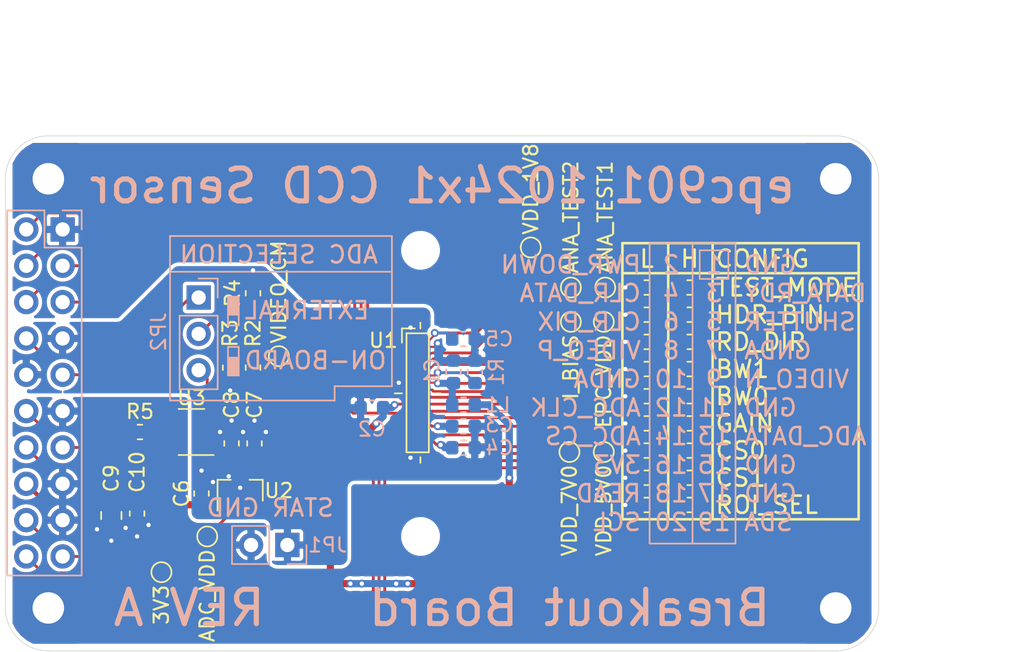
<source format=kicad_pcb>
(kicad_pcb (version 20171130) (host pcbnew "(5.1.6)-1")
  (title_block (title "epc901 1024x1 Linear CCD Breakout Board") (rev A))
  (layers (0 F.Cu signal) (31 B.Cu signal) (34 B.Paste user) (35 F.Paste user) (36 B.SilkS user) (37 F.SilkS user) (38 B.Mask user) (39 F.Mask user) (44 Edge.Cuts user))
  (net 0 "")
  (net 1 GND)
  (net 2 GNDA)
  (net 3 +3V3)
  (net 4 /ROI_SEL)
  (net 5 /BW0)
  (net 6 /TEST_MODE)
  (net 7 /CS1)
  (net 8 /BW1)
  (net 9 /CS0)
  (net 10 /RD_DIR)
  (net 11 /GAIN)
  (net 12 /HOR_BIN)
  (net 13 /VIDEO_P)
  (net 14 /EPC_VDD)
  (net 15 /ADC_VDD)
  (net 16 /I_BIAS)
  (net 17 /ADC_DATA)
  (net 18 /ANA_TEST2)
  (net 19 /ANA_TEST1)
  (net 20 /PWR_DOWN)
  (net 21 /CLR_DATA)
  (net 22 /DATA_RDY)
  (net 23 /CLR_PIX)
  (net 24 /SHUTTER)
  (net 25 /READ)
  (net 26 /SDA)
  (net 27 /SCL)
  (net 28 /ADC_CS)
  (net 29 /ADC_CLK)
  (net 30 /VIDEO_CM)
  (net 31 /ADC_P)
  (net 32 /EXT_ADC_P)
  (net 33 /EXT_ADC_N)
  (net 34 "Net-(R5-Pad2)")
  (net 35 /VDD_7V0)
  (net 36 /VDD_5V0)
  (net 37 /VDD_1V8)
  (module Capacitor_SMD:C_0603_1608Metric (layer F.Cu) (at 120.2 108.4 270)
    (fp_text reference C10 (at -2.9 0 90) (layer F.SilkS))
    (fp_text value 0.1uF)
    (pad 2 smd roundrect (at 0.7875 0 270) (size 0.875 0.95) (layers F.Cu F.Paste F.Mask) (net 1 GND))
    (pad 1 smd roundrect (at -0.7875 0 270) (size 0.875 0.95) (layers F.Cu F.Paste F.Mask) (net 3 +3V3))
  )
  (module Capacitor_SMD:C_0805_2012Metric (layer F.Cu) (at 118.4 108.54 270)
    (fp_text reference C9 (at -2.6 0 90) (layer F.SilkS))
    (fp_text value 10uF)
    (pad 2 smd roundrect (at 0.9375 0 270) (size 0.975 1.4) (layers F.Cu F.Paste F.Mask) (net 1 GND))
    (pad 1 smd roundrect (at -0.9375 0 270) (size 0.975 1.4) (layers F.Cu F.Paste F.Mask) (net 3 +3V3))
  )
  (module TestPoint:TestPoint_Pad_D1.0mm (layer F.Cu) (at 130.1 97.4)
    (fp_text reference TP10 hide)
    (fp_text value TestPoint)
    (pad 1 smd circle (at 0 0) (size 1 1) (layers F.Cu F.Mask) (net 30 /VIDEO_CM))
  )
  (module Connector_PinHeader_2.54mm:PinHeader_2x10_P2.54mm_Vertical (layer B.Cu) (at 115 88.54 180)
    (fp_text reference J1 hide)
    (fp_text value Conn_02x10_Odd_Even)
    (pad 20 thru_hole oval (at 2.54 -22.86 180) (size 1.7 1.7) (drill 1) (layers *.Cu *.Mask) (net 27 /SCL))
    (pad 19 thru_hole oval (at 0 -22.86 180) (size 1.7 1.7) (drill 1) (layers *.Cu *.Mask) (net 26 /SDA))
    (pad 18 thru_hole oval (at 2.54 -20.32 180) (size 1.7 1.7) (drill 1) (layers *.Cu *.Mask) (net 25 /READ))
    (pad 17 thru_hole oval (at 0 -20.32 180) (size 1.7 1.7) (drill 1) (layers *.Cu *.Mask) (net 1 GND))
    (pad 16 thru_hole oval (at 2.54 -17.78 180) (size 1.7 1.7) (drill 1) (layers *.Cu *.Mask) (net 3 +3V3))
    (pad 15 thru_hole oval (at 0 -17.78 180) (size 1.7 1.7) (drill 1) (layers *.Cu *.Mask) (net 1 GND))
    (pad 14 thru_hole oval (at 2.54 -15.24 180) (size 1.7 1.7) (drill 1) (layers *.Cu *.Mask) (net 28 /ADC_CS))
    (pad 13 thru_hole oval (at 0 -15.24 180) (size 1.7 1.7) (drill 1) (layers *.Cu *.Mask) (net 17 /ADC_DATA))
    (pad 12 thru_hole oval (at 2.54 -12.7 180) (size 1.7 1.7) (drill 1) (layers *.Cu *.Mask) (net 29 /ADC_CLK))
    (pad 11 thru_hole oval (at 0 -12.7 180) (size 1.7 1.7) (drill 1) (layers *.Cu *.Mask) (net 1 GND))
    (pad 10 thru_hole oval (at 2.54 -10.16 180) (size 1.7 1.7) (drill 1) (layers *.Cu *.Mask) (net 2 GNDA))
    (pad 9 thru_hole oval (at 0 -10.16 180) (size 1.7 1.7) (drill 1) (layers *.Cu *.Mask) (net 33 /EXT_ADC_N))
    (pad 8 thru_hole oval (at 2.54 -7.62 180) (size 1.7 1.7) (drill 1) (layers *.Cu *.Mask) (net 32 /EXT_ADC_P))
    (pad 7 thru_hole oval (at 0 -7.62 180) (size 1.7 1.7) (drill 1) (layers *.Cu *.Mask) (net 2 GNDA))
    (pad 6 thru_hole oval (at 2.54 -5.08 180) (size 1.7 1.7) (drill 1) (layers *.Cu *.Mask) (net 23 /CLR_PIX))
    (pad 5 thru_hole oval (at 0 -5.08 180) (size 1.7 1.7) (drill 1) (layers *.Cu *.Mask) (net 24 /SHUTTER))
    (pad 4 thru_hole oval (at 2.54 -2.54 180) (size 1.7 1.7) (drill 1) (layers *.Cu *.Mask) (net 21 /CLR_DATA))
    (pad 3 thru_hole oval (at 0 -2.54 180) (size 1.7 1.7) (drill 1) (layers *.Cu *.Mask) (net 22 /DATA_RDY))
    (pad 2 thru_hole oval (at 2.54 0 180) (size 1.7 1.7) (drill 1) (layers *.Cu *.Mask) (net 20 /PWR_DOWN))
    (pad 1 thru_hole rect (at 0 0 180) (size 1.7 1.7) (drill 1) (layers *.Cu *.Mask) (net 1 GND))
  )
  (module Resistor_SMD:R_0603_1608Metric (layer F.Cu) (at 128.3 93 90)
    (fp_text reference R4 (at 0 -1.43 90) (layer F.SilkS))
    (fp_text value 0R)
    (pad 2 smd roundrect (at 0.7875 0 90) (size 0.875 0.95) (layers F.Cu F.Paste F.Mask) (net 2 GNDA))
    (pad 1 smd roundrect (at -0.7875 0 90) (size 0.875 0.95) (layers F.Cu F.Paste F.Mask) (net 33 /EXT_ADC_N))
  )
  (module Resistor_SMD:R_0603_1608Metric (layer F.Cu) (at 126.7 98.2 270)
    (fp_text reference R3 (at -2.4 0 90) (layer F.SilkS))
    (fp_text value 0R)
    (pad 2 smd roundrect (at 0.7875 0 270) (size 0.875 0.95) (layers F.Cu F.Paste F.Mask) (net 2 GNDA))
    (pad 1 smd roundrect (at -0.7875 0 270) (size 0.875 0.95) (layers F.Cu F.Paste F.Mask) (net 30 /VIDEO_CM))
  )
  (module Resistor_SMD:R_0603_1608Metric (layer F.Cu) (at 128.3 98.2 90)
    (fp_text reference R2 (at 2.4 0 90) (layer F.SilkS))
    (fp_text value DNP)
    (pad 2 smd roundrect (at 0.7875 0 90) (size 0.875 0.95) (layers F.Cu F.Paste F.Mask) (net 30 /VIDEO_CM))
    (pad 1 smd roundrect (at -0.7875 0 90) (size 0.875 0.95) (layers F.Cu F.Paste F.Mask) (net 3 +3V3))
  )
  (module Connector_PinHeader_2.54mm:PinHeader_1x03_P2.54mm_Vertical (layer B.Cu) (at 124.5 93.3 180)
    (fp_text reference JP2 (at 2.8 -2.4 90) (layer B.SilkS) (effects (justify mirror)))
    (fp_text value Jumper_3_Bridged12)
    (pad 3 thru_hole oval (at 0 -5.08 180) (size 1.7 1.7) (drill 1) (layers *.Cu *.Mask) (net 31 /ADC_P))
    (pad 2 thru_hole oval (at 0 -2.54 180) (size 1.7 1.7) (drill 1) (layers *.Cu *.Mask) (net 13 /VIDEO_P))
    (pad 1 thru_hole rect (at 0 0 180) (size 1.7 1.7) (drill 1) (layers *.Cu *.Mask) (net 32 /EXT_ADC_P))
  )
  (module Connector_PinHeader_2.54mm:PinHeader_1x02_P2.54mm_Vertical (layer B.Cu) (at 130.7 110.6 90)
    (fp_text reference JP1 (at 0 2.8 180) (layer B.SilkS) (effects (justify mirror)))
    (fp_text value Jumper_NC_Small)
    (pad 2 thru_hole oval (at 0 -2.54 90) (size 1.7 1.7) (drill 1) (layers *.Cu *.Mask) (net 1 GND))
    (pad 1 thru_hole rect (at 0 0 90) (size 1.7 1.7) (drill 1) (layers *.Cu *.Mask) (net 2 GNDA))
  )
  (module Resistor_SMD:R_0603_1608Metric (layer B.Cu) (at 143.8 98.5 90)
    (fp_text reference R1 (at 0 1.5 270) (layer B.SilkS) (effects (justify mirror)))
    (fp_text value "56K 1% 100ppm/K")
    (pad 2 smd roundrect (at 0.7875 0 90) (size 0.875 0.95) (layers B.Cu B.Paste B.Mask) (net 1 GND))
    (pad 1 smd roundrect (at -0.7875 0 90) (size 0.875 0.95) (layers B.Cu B.Paste B.Mask) (net 16 /I_BIAS))
  )
  (module TestPoint:TestPoint_Pad_D1.0mm (layer F.Cu) (at 150.5 95)
    (fp_text reference TP7 hide)
    (fp_text value TestPoint)
    (pad 1 smd circle (at 0 0) (size 1 1) (layers F.Cu F.Mask) (net 16 /I_BIAS))
  )
  (module TestPoint:TestPoint_Pad_D1.0mm (layer F.Cu) (at 150.4 104.1)
    (fp_text reference TP6 hide)
    (fp_text value TestPoint)
    (pad 1 smd circle (at 0 0) (size 1 1) (layers F.Cu F.Mask) (net 35 /VDD_7V0))
  )
  (module TestPoint:TestPoint_Pad_D1.0mm (layer F.Cu) (at 152.8 104.1)
    (fp_text reference TP5 hide)
    (fp_text value TestPoint)
    (pad 1 smd circle (at 0 0) (size 1 1) (layers F.Cu F.Mask) (net 36 /VDD_5V0))
  )
  (module TestPoint:TestPoint_Pad_D1.0mm (layer F.Cu) (at 147.7 89.8)
    (fp_text reference TP4 hide)
    (fp_text value TestPoint)
    (pad 1 smd circle (at 0 0) (size 1 1) (layers F.Cu F.Mask) (net 37 /VDD_1V8))
  )
  (module TestPoint:TestPoint_Pad_D1.0mm (layer F.Cu) (at 150.5 92.6)
    (fp_text reference TP9 hide)
    (fp_text value TestPoint)
    (pad 1 smd circle (at 0 0) (size 1 1) (layers F.Cu F.Mask) (net 18 /ANA_TEST2))
  )
  (module TestPoint:TestPoint_Pad_D1.0mm (layer F.Cu) (at 152.9 92.6)
    (fp_text reference TP8 hide)
    (fp_text value TestPoint)
    (pad 1 smd circle (at 0 0) (size 1 1) (layers F.Cu F.Mask) (net 19 /ANA_TEST1))
  )
  (module epc901:epc901 (layer F.Cu) (at 139.8 99.95 270)
    (fp_text reference U1 (at -3.65 2.4 180) (layer F.SilkS))
    (fp_text value EPC901)
    (pad 32 smd circle (at -3.7 -0.43 270) (size 0.3 0.3) (layers F.Cu F.Paste F.Mask) (net 37 /VDD_1V8))
    (pad 31 smd circle (at -3.2 -0.43 270) (size 0.3 0.3) (layers F.Cu F.Paste F.Mask) (net 1 GND))
    (pad 30 smd circle (at -2.7 -0.43 270) (size 0.3 0.3) (layers F.Cu F.Paste F.Mask) (net 6 /TEST_MODE))
    (pad 29 smd circle (at -2.2 -0.43 270) (size 0.3 0.3) (layers F.Cu F.Paste F.Mask) (net 18 /ANA_TEST2))
    (pad 28 smd circle (at -1.7 -0.43 270) (size 0.3 0.3) (layers F.Cu F.Paste F.Mask) (net 19 /ANA_TEST1))
    (pad 27 smd circle (at -1.2 -0.43 270) (size 0.3 0.3) (layers F.Cu F.Paste F.Mask) (net 16 /I_BIAS))
    (pad 26 smd circle (at -0.7 -0.43 270) (size 0.3 0.3) (layers F.Cu F.Paste F.Mask) (net 14 /EPC_VDD))
    (pad 25 smd circle (at -0.2 -0.43 270) (size 0.3 0.3) (layers F.Cu F.Paste F.Mask) (net 12 /HOR_BIN))
    (pad 24 smd circle (at 0.3 -0.43 270) (size 0.3 0.3) (layers F.Cu F.Paste F.Mask) (net 10 /RD_DIR))
    (pad 23 smd circle (at 0.8 -0.43 270) (size 0.3 0.3) (layers F.Cu F.Paste F.Mask) (net 8 /BW1))
    (pad 22 smd circle (at 1.3 -0.43 270) (size 0.3 0.3) (layers F.Cu F.Paste F.Mask) (net 5 /BW0))
    (pad 21 smd circle (at 1.8 -0.43 270) (size 0.3 0.3) (layers F.Cu F.Paste F.Mask) (net 11 /GAIN))
    (pad 20 smd circle (at 2.3 -0.43 270) (size 0.3 0.3) (layers F.Cu F.Paste F.Mask) (net 35 /VDD_7V0))
    (pad 19 smd circle (at 2.8 -0.43 270) (size 0.3 0.3) (layers F.Cu F.Paste F.Mask) (net 9 /CS0))
    (pad 18 smd circle (at 3.3 -0.43 270) (size 0.3 0.3) (layers F.Cu F.Paste F.Mask) (net 36 /VDD_5V0))
    (pad 17 smd circle (at 3.8 -0.43 270) (size 0.3 0.3) (layers F.Cu F.Paste F.Mask) (net 7 /CS1))
    (pad 1 smd circle (at -3.7 0.43 270) (size 0.3 0.3) (layers F.Cu F.Paste F.Mask) (net 2 GNDA))
    (pad 2 smd circle (at -3.2 0.43 270) (size 0.3 0.3) (layers F.Cu F.Paste F.Mask) (net 20 /PWR_DOWN))
    (pad 3 smd circle (at -2.7 0.43 270) (size 0.3 0.3) (layers F.Cu F.Paste F.Mask) (net 21 /CLR_DATA))
    (pad 4 smd circle (at -2.2 0.43 270) (size 0.3 0.3) (layers F.Cu F.Paste F.Mask) (net 22 /DATA_RDY))
    (pad 5 smd circle (at -1.7 0.43 270) (size 0.3 0.3) (layers F.Cu F.Paste F.Mask) (net 23 /CLR_PIX))
    (pad 6 smd circle (at -1.2 0.43 270) (size 0.3 0.3) (layers F.Cu F.Paste F.Mask) (net 24 /SHUTTER))
    (pad 7 smd circle (at -0.7 0.43 270) (size 0.3 0.3) (layers F.Cu F.Paste F.Mask) (net 2 GNDA))
    (pad 8 smd circle (at -0.2 0.43 270) (size 0.3 0.3) (layers F.Cu F.Paste F.Mask) (net 33 /EXT_ADC_N))
    (pad 9 smd circle (at 0.3 0.43 270) (size 0.3 0.3) (layers F.Cu F.Paste F.Mask) (net 13 /VIDEO_P))
    (pad 10 smd circle (at 0.8 0.43 270) (size 0.3 0.3) (layers F.Cu F.Paste F.Mask) (net 3 +3V3))
    (pad 11 smd circle (at 1.3 0.43 270) (size 0.3 0.3) (layers F.Cu F.Paste F.Mask) (net 30 /VIDEO_CM))
    (pad 12 smd circle (at 1.8 0.43 270) (size 0.3 0.3) (layers F.Cu F.Paste F.Mask) (net 25 /READ))
    (pad 13 smd circle (at 2.3 0.43 270) (size 0.3 0.3) (layers F.Cu F.Paste F.Mask) (net 26 /SDA))
    (pad 14 smd circle (at 2.8 0.43 270) (size 0.3 0.3) (layers F.Cu F.Paste F.Mask) (net 27 /SCL))
    (pad 15 smd circle (at 3.3 0.43 270) (size 0.3 0.3) (layers F.Cu F.Paste F.Mask) (net 4 /ROI_SEL))
    (pad 16 smd circle (at 3.8 0.43 270) (size 0.3 0.3) (layers F.Cu F.Paste F.Mask) (net 2 GNDA))
  )
  (module TestPoint:TestPoint_Pad_D1.0mm (layer F.Cu) (at 125.1 110 180)
    (fp_text reference TP2 hide)
    (fp_text value TestPoint)
    (pad 1 smd circle (at 0 0 180) (size 1 1) (layers F.Cu F.Mask) (net 15 /ADC_VDD))
  )
  (module TestPoint:TestPoint_Pad_D1.0mm (layer F.Cu) (at 152.8 95)
    (fp_text reference TP3 hide)
    (fp_text value TestPoint)
    (pad 1 smd circle (at 0 0) (size 1 1) (layers F.Cu F.Mask) (net 14 /EPC_VDD))
  )
  (module TestPoint:TestPoint_Pad_D1.0mm (layer F.Cu) (at 121.9 112.5)
    (fp_text reference TP1 hide)
    (fp_text value TestPoint)
    (pad 1 smd circle (at 0 0) (size 1 1) (layers F.Cu F.Mask) (net 3 +3V3))
  )
  (module MountingHole:MountingHole_2.2mm_M2_DIN965_Pad (layer F.Cu) (at 169 85)
    (fp_text reference H4 hide)
    (fp_text value MountingHole_Pad)
    (pad 1 thru_hole circle (at 0 0) (size 3.8 3.8) (drill 2.2) (layers *.Cu *.Mask) (net 1 GND))
  )
  (module MountingHole:MountingHole_2.2mm_M2_DIN965_Pad (layer F.Cu) (at 169 115)
    (fp_text reference H3 hide)
    (fp_text value MountingHole_Pad)
    (pad 1 thru_hole circle (at 0 0) (size 3.8 3.8) (drill 2.2) (layers *.Cu *.Mask) (net 1 GND))
  )
  (module MountingHole:MountingHole_2.2mm_M2_DIN965_Pad (layer F.Cu) (at 114 115)
    (fp_text reference H2 hide)
    (fp_text value MountingHole_Pad)
    (pad 1 thru_hole circle (at 0 0) (size 3.8 3.8) (drill 2.2) (layers *.Cu *.Mask) (net 1 GND))
  )
  (module MountingHole:MountingHole_2.2mm_M2_DIN965_Pad (layer F.Cu) (at 114 85)
    (fp_text reference H1 hide)
    (fp_text value MountingHole_Pad)
    (pad 1 thru_hole circle (at 0 0) (size 3.8 3.8) (drill 2.2) (layers *.Cu *.Mask) (net 1 GND))
  )
  (module epc901:lensholder-m12-20mm (layer F.Cu) (at 140 100 90)
    (fp_text reference H0 hide)
    (fp_text value LensMount)
    (pad "" np_thru_hole circle (at 10 0 90) (size 2.2 2.2) (drill 2.2) (layers *.Cu *.Mask))
    (pad "" np_thru_hole circle (at -10 0 90) (size 2.2 2.2) (drill 2.2) (layers *.Cu *.Mask))
  )
  (module Package_TO_SOT_SMD:SOT-23-6 (layer F.Cu) (at 124 102.7 180)
    (fp_text reference U3 (at 0 2.4) (layer F.SilkS))
    (fp_text value AD747x)
    (pad 5 smd rect (at 1.1 0 180) (size 1.06 0.65) (layers F.Cu F.Paste F.Mask) (net 34 "Net-(R5-Pad2)"))
    (pad 6 smd rect (at 1.1 -0.95 180) (size 1.06 0.65) (layers F.Cu F.Paste F.Mask) (net 28 /ADC_CS))
    (pad 4 smd rect (at 1.1 0.95 180) (size 1.06 0.65) (layers F.Cu F.Paste F.Mask) (net 29 /ADC_CLK))
    (pad 3 smd rect (at -1.1 0.95 180) (size 1.06 0.65) (layers F.Cu F.Paste F.Mask) (net 31 /ADC_P))
    (pad 2 smd rect (at -1.1 0 180) (size 1.06 0.65) (layers F.Cu F.Paste F.Mask) (net 2 GNDA))
    (pad 1 smd rect (at -1.1 -0.95 180) (size 1.06 0.65) (layers F.Cu F.Paste F.Mask) (net 15 /ADC_VDD))
  )
  (module Package_TO_SOT_SMD:SOT-23 (layer F.Cu) (at 127.4 106.8 90)
    (fp_text reference U2 (at 0 2.7) (layer F.SilkS))
    (fp_text value REF3030)
    (pad 3 smd rect (at 1 0 90) (size 0.9 0.8) (layers F.Cu F.Paste F.Mask) (net 2 GNDA))
    (pad 2 smd rect (at -1 0.95 90) (size 0.9 0.8) (layers F.Cu F.Paste F.Mask) (net 15 /ADC_VDD))
    (pad 1 smd rect (at -1 -0.95 90) (size 0.9 0.8) (layers F.Cu F.Paste F.Mask) (net 3 +3V3))
  )
  (module Resistor_SMD:R_0603_1608Metric (layer F.Cu) (at 120.4 102.7)
    (fp_text reference R5 (at 0 -1.43) (layer F.SilkS))
    (fp_text value 100R)
    (pad 2 smd roundrect (at 0.7875 0) (size 0.875 0.95) (layers F.Cu F.Paste F.Mask) (net 34 "Net-(R5-Pad2)"))
    (pad 1 smd roundrect (at -0.7875 0) (size 0.875 0.95) (layers F.Cu F.Paste F.Mask) (net 17 /ADC_DATA))
  )
  (module Resistor_SMD:R_0603_1608Metric (layer F.Cu) (at 155.8 94.5 180)
    (fp_text reference R25 hide)
    (fp_text value DNP)
    (pad 2 smd roundrect (at 0.7875 0 180) (size 0.875 0.95) (layers F.Cu F.Paste F.Mask) (net 1 GND))
    (pad 1 smd roundrect (at -0.7875 0 180) (size 0.875 0.95) (layers F.Cu F.Paste F.Mask) (net 12 /HOR_BIN))
  )
  (module Resistor_SMD:R_0603_1608Metric (layer F.Cu) (at 158.8 94.5 180)
    (fp_text reference R24 hide)
    (fp_text value DNP)
    (pad 2 smd roundrect (at 0.7875 0 180) (size 0.875 0.95) (layers F.Cu F.Paste F.Mask) (net 12 /HOR_BIN))
    (pad 1 smd roundrect (at -0.7875 0 180) (size 0.875 0.95) (layers F.Cu F.Paste F.Mask) (net 3 +3V3))
  )
  (module Resistor_SMD:R_0603_1608Metric (layer F.Cu) (at 155.8 102.1 180)
    (fp_text reference R17 hide)
    (fp_text value DNP)
    (pad 2 smd roundrect (at 0.7875 0 180) (size 0.875 0.95) (layers F.Cu F.Paste F.Mask) (net 1 GND))
    (pad 1 smd roundrect (at -0.7875 0 180) (size 0.875 0.95) (layers F.Cu F.Paste F.Mask) (net 11 /GAIN))
  )
  (module Resistor_SMD:R_0603_1608Metric (layer F.Cu) (at 158.8 102.1 180)
    (fp_text reference R16 hide)
    (fp_text value DNP)
    (pad 2 smd roundrect (at 0.7875 0 180) (size 0.875 0.95) (layers F.Cu F.Paste F.Mask) (net 11 /GAIN))
    (pad 1 smd roundrect (at -0.7875 0 180) (size 0.875 0.95) (layers F.Cu F.Paste F.Mask) (net 3 +3V3))
  )
  (module Resistor_SMD:R_0603_1608Metric (layer F.Cu) (at 155.8 96.4 180)
    (fp_text reference R23 hide)
    (fp_text value DNP)
    (pad 2 smd roundrect (at 0.7875 0 180) (size 0.875 0.95) (layers F.Cu F.Paste F.Mask) (net 1 GND))
    (pad 1 smd roundrect (at -0.7875 0 180) (size 0.875 0.95) (layers F.Cu F.Paste F.Mask) (net 10 /RD_DIR))
  )
  (module Resistor_SMD:R_0603_1608Metric (layer F.Cu) (at 158.8 96.4 180)
    (fp_text reference R22 hide)
    (fp_text value 10K)
    (pad 2 smd roundrect (at 0.7875 0 180) (size 0.875 0.95) (layers F.Cu F.Paste F.Mask) (net 10 /RD_DIR))
    (pad 1 smd roundrect (at -0.7875 0 180) (size 0.875 0.95) (layers F.Cu F.Paste F.Mask) (net 3 +3V3))
  )
  (module Resistor_SMD:R_0603_1608Metric (layer F.Cu) (at 155.8 104 180)
    (fp_text reference R15 hide)
    (fp_text value DNP)
    (pad 2 smd roundrect (at 0.7875 0 180) (size 0.875 0.95) (layers F.Cu F.Paste F.Mask) (net 1 GND))
    (pad 1 smd roundrect (at -0.7875 0 180) (size 0.875 0.95) (layers F.Cu F.Paste F.Mask) (net 9 /CS0))
  )
  (module Resistor_SMD:R_0603_1608Metric (layer F.Cu) (at 158.8 104 180)
    (fp_text reference R14 hide)
    (fp_text value DNP)
    (pad 2 smd roundrect (at 0.7875 0 180) (size 0.875 0.95) (layers F.Cu F.Paste F.Mask) (net 9 /CS0))
    (pad 1 smd roundrect (at -0.7875 0 180) (size 0.875 0.95) (layers F.Cu F.Paste F.Mask) (net 3 +3V3))
  )
  (module Resistor_SMD:R_0603_1608Metric (layer F.Cu) (at 155.8 98.3 180)
    (fp_text reference R21 hide)
    (fp_text value DNP)
    (pad 2 smd roundrect (at 0.7875 0 180) (size 0.875 0.95) (layers F.Cu F.Paste F.Mask) (net 1 GND))
    (pad 1 smd roundrect (at -0.7875 0 180) (size 0.875 0.95) (layers F.Cu F.Paste F.Mask) (net 8 /BW1))
  )
  (module Resistor_SMD:R_0603_1608Metric (layer F.Cu) (at 158.8 98.3 180)
    (fp_text reference R20 hide)
    (fp_text value 10K)
    (pad 2 smd roundrect (at 0.7875 0 180) (size 0.875 0.95) (layers F.Cu F.Paste F.Mask) (net 8 /BW1))
    (pad 1 smd roundrect (at -0.7875 0 180) (size 0.875 0.95) (layers F.Cu F.Paste F.Mask) (net 3 +3V3))
  )
  (module Resistor_SMD:R_0603_1608Metric (layer F.Cu) (at 155.8 105.9 180)
    (fp_text reference R13 hide)
    (fp_text value DNP)
    (pad 2 smd roundrect (at 0.7875 0 180) (size 0.875 0.95) (layers F.Cu F.Paste F.Mask) (net 1 GND))
    (pad 1 smd roundrect (at -0.7875 0 180) (size 0.875 0.95) (layers F.Cu F.Paste F.Mask) (net 7 /CS1))
  )
  (module Resistor_SMD:R_0603_1608Metric (layer F.Cu) (at 158.8 105.9 180)
    (fp_text reference R12 hide)
    (fp_text value DNP)
    (pad 2 smd roundrect (at 0.7875 0 180) (size 0.875 0.95) (layers F.Cu F.Paste F.Mask) (net 7 /CS1))
    (pad 1 smd roundrect (at -0.7875 0 180) (size 0.875 0.95) (layers F.Cu F.Paste F.Mask) (net 3 +3V3))
  )
  (module Resistor_SMD:R_0603_1608Metric (layer F.Cu) (at 155.8 92.6 180)
    (fp_text reference R27 hide)
    (fp_text value 10K)
    (pad 2 smd roundrect (at 0.7875 0 180) (size 0.875 0.95) (layers F.Cu F.Paste F.Mask) (net 1 GND))
    (pad 1 smd roundrect (at -0.7875 0 180) (size 0.875 0.95) (layers F.Cu F.Paste F.Mask) (net 6 /TEST_MODE))
  )
  (module Resistor_SMD:R_0603_1608Metric (layer F.Cu) (at 158.7875 92.6 180)
    (fp_text reference R26 hide)
    (fp_text value DNP)
    (pad 2 smd roundrect (at 0.7875 0 180) (size 0.875 0.95) (layers F.Cu F.Paste F.Mask) (net 6 /TEST_MODE))
    (pad 1 smd roundrect (at -0.7875 0 180) (size 0.875 0.95) (layers F.Cu F.Paste F.Mask) (net 3 +3V3))
  )
  (module Resistor_SMD:R_0603_1608Metric (layer F.Cu) (at 155.8 100.2 180)
    (fp_text reference R19 hide)
    (fp_text value DNP)
    (pad 2 smd roundrect (at 0.7875 0 180) (size 0.875 0.95) (layers F.Cu F.Paste F.Mask) (net 1 GND))
    (pad 1 smd roundrect (at -0.7875 0 180) (size 0.875 0.95) (layers F.Cu F.Paste F.Mask) (net 5 /BW0))
  )
  (module Resistor_SMD:R_0603_1608Metric (layer F.Cu) (at 158.8 100.2 180)
    (fp_text reference R18 hide)
    (fp_text value 10K)
    (pad 2 smd roundrect (at 0.7875 0 180) (size 0.875 0.95) (layers F.Cu F.Paste F.Mask) (net 5 /BW0))
    (pad 1 smd roundrect (at -0.7875 0 180) (size 0.875 0.95) (layers F.Cu F.Paste F.Mask) (net 3 +3V3))
  )
  (module Resistor_SMD:R_0603_1608Metric (layer F.Cu) (at 155.8 107.8 180)
    (fp_text reference R11 hide)
    (fp_text value DNP)
    (pad 2 smd roundrect (at 0.7875 0 180) (size 0.875 0.95) (layers F.Cu F.Paste F.Mask) (net 1 GND))
    (pad 1 smd roundrect (at -0.7875 0 180) (size 0.875 0.95) (layers F.Cu F.Paste F.Mask) (net 4 /ROI_SEL))
  )
  (module Resistor_SMD:R_0603_1608Metric (layer F.Cu) (at 158.8 107.8 180)
    (fp_text reference R10 hide)
    (fp_text value DNP)
    (pad 2 smd roundrect (at 0.7875 0 180) (size 0.875 0.95) (layers F.Cu F.Paste F.Mask) (net 4 /ROI_SEL))
    (pad 1 smd roundrect (at -0.7875 0 180) (size 0.875 0.95) (layers F.Cu F.Paste F.Mask) (net 3 +3V3))
  )
  (module Inductor_SMD:L_0603_1608Metric (layer B.Cu) (at 143 100.8)
    (fp_text reference L1 (at 2.4 0) (layer B.SilkS) (effects (justify mirror)))
    (fp_text value "600R @100M")
    (pad 2 smd roundrect (at 0.7875 0) (size 0.875 0.95) (layers B.Cu B.Paste B.Mask) (net 3 +3V3))
    (pad 1 smd roundrect (at -0.7875 0) (size 0.875 0.95) (layers B.Cu B.Paste B.Mask) (net 14 /EPC_VDD))
  )
  (module Capacitor_SMD:C_0603_1608Metric (layer F.Cu) (at 126.8 103.5 90)
    (fp_text reference C8 (at 2.7 0 90) (layer F.SilkS))
    (fp_text value 0.1uF)
    (pad 2 smd roundrect (at 0.7875 0 90) (size 0.875 0.95) (layers F.Cu F.Paste F.Mask) (net 2 GNDA))
    (pad 1 smd roundrect (at -0.7875 0 90) (size 0.875 0.95) (layers F.Cu F.Paste F.Mask) (net 15 /ADC_VDD))
  )
  (module Capacitor_SMD:C_0603_1608Metric (layer F.Cu) (at 128.4 103.5 90)
    (fp_text reference C7 (at 2.7 0 90) (layer F.SilkS))
    (fp_text value 1uF)
    (pad 2 smd roundrect (at 0.7875 0 90) (size 0.875 0.95) (layers F.Cu F.Paste F.Mask) (net 2 GNDA))
    (pad 1 smd roundrect (at -0.7875 0 90) (size 0.875 0.95) (layers F.Cu F.Paste F.Mask) (net 15 /ADC_VDD))
  )
  (module Capacitor_SMD:C_0603_1608Metric (layer F.Cu) (at 124.7 107 90)
    (fp_text reference C6 (at 0 -1.4 90) (layer F.SilkS))
    (fp_text value 1uF)
    (pad 2 smd roundrect (at 0.7875 0 90) (size 0.875 0.95) (layers F.Cu F.Paste F.Mask) (net 2 GNDA))
    (pad 1 smd roundrect (at -0.7875 0 90) (size 0.875 0.95) (layers F.Cu F.Paste F.Mask) (net 3 +3V3))
  )
  (module Capacitor_SMD:C_0603_1608Metric (layer B.Cu) (at 143 96.2)
    (fp_text reference C5 (at 2.5 0) (layer B.SilkS) (effects (justify mirror)))
    (fp_text value 1uF)
    (pad 2 smd roundrect (at 0.7875 0) (size 0.875 0.95) (layers B.Cu B.Paste B.Mask) (net 1 GND))
    (pad 1 smd roundrect (at -0.7875 0) (size 0.875 0.95) (layers B.Cu B.Paste B.Mask) (net 37 /VDD_1V8))
  )
  (module Capacitor_SMD:C_0603_1608Metric (layer B.Cu) (at 143 103.8)
    (fp_text reference C4 (at 2.5 0) (layer B.SilkS) (effects (justify mirror)))
    (fp_text value 2.2uF)
    (pad 2 smd roundrect (at 0.7875 0) (size 0.875 0.95) (layers B.Cu B.Paste B.Mask) (net 2 GNDA))
    (pad 1 smd roundrect (at -0.7875 0) (size 0.875 0.95) (layers B.Cu B.Paste B.Mask) (net 36 /VDD_5V0))
  )
  (module Capacitor_SMD:C_0603_1608Metric (layer B.Cu) (at 143 102.3)
    (fp_text reference C3 (at 2.5 -0.1) (layer B.SilkS) (effects (justify mirror)))
    (fp_text value 2.2uF)
    (pad 2 smd roundrect (at 0.7875 0) (size 0.875 0.95) (layers B.Cu B.Paste B.Mask) (net 2 GNDA))
    (pad 1 smd roundrect (at -0.7875 0) (size 0.875 0.95) (layers B.Cu B.Paste B.Mask) (net 35 /VDD_7V0))
  )
  (module Capacitor_SMD:C_0603_1608Metric (layer B.Cu) (at 136.6 101 180)
    (fp_text reference C2 (at 0 -1.5) (layer B.SilkS) (effects (justify mirror)))
    (fp_text value 1uF)
    (pad 2 smd roundrect (at 0.7875 0 180) (size 0.875 0.95) (layers B.Cu B.Paste B.Mask) (net 2 GNDA))
    (pad 1 smd roundrect (at -0.7875 0 180) (size 0.875 0.95) (layers B.Cu B.Paste B.Mask) (net 3 +3V3))
  )
  (module Capacitor_SMD:C_0603_1608Metric (layer B.Cu) (at 142.3 98.5 90)
    (fp_text reference C1 (at 0 -1.5 270) (layer B.SilkS) (effects (justify mirror)))
    (fp_text value 1uF)
    (pad 2 smd roundrect (at 0.7875 0 90) (size 0.875 0.95) (layers B.Cu B.Paste B.Mask) (net 1 GND))
    (pad 1 smd roundrect (at -0.7875 0 90) (size 0.875 0.95) (layers B.Cu B.Paste B.Mask) (net 14 /EPC_VDD))
  )
  (gr_text 3V3 (at 121.9 113.3 90) (layer F.SilkS) (effects (font (size 1 1)) (justify right)))
  (gr_text ADC_VDD (at 125.1 110.8 90) (layer F.SilkS) (effects (font (size 1 1)) (justify right)))
  (gr_text VDD_5V0 (at 152.8 104.9 90) (layer F.SilkS) (effects (font (size 1 1)) (justify right)))
  (gr_text VDD_7V0 (at 150.4 104.9 90) (layer F.SilkS) (effects (font (size 1 1)) (justify right)))
  (gr_text EPC_VDD (at 152.8 95.8 90) (layer F.SilkS) (effects (font (size 1 1)) (justify right)))
  (gr_text I_BIAS (at 150.5 95.8 90) (layer F.SilkS) (effects (font (size 1 1)) (justify right)))
  (gr_text ANA_TEST1 (at 152.9 91.7 90) (layer F.SilkS) (effects (font (size 1 1)) (justify left)))
  (gr_text ANA_TEST2 (at 150.5 91.7 90) (layer F.SilkS) (effects (font (size 1 1)) (justify left)))
  (gr_text VDD_1V8 (at 147.7 89 90) (layer F.SilkS) (effects (font (size 1 1)) (justify left)))
  (gr_text VIDEO_CM (at 130.1 96.6 90) (layer F.SilkS) (effects (font (size 1 1)) (justify left)))
  (gr_line (start 122.5 91.5) (end 138 91.5) (layer B.SilkS) (width 0.12))
  (gr_line (start 138 89) (end 122.5 89) (layer B.SilkS) (width 0.12))
  (gr_line (start 138 99.5) (end 138 89) (layer B.SilkS) (width 0.12))
  (gr_line (start 134 99.5) (end 138 99.5) (layer B.SilkS) (width 0.12))
  (gr_line (start 134 100.5) (end 134 99.5) (layer B.SilkS) (width 0.12))
  (gr_line (start 122.5 100.5) (end 134 100.5) (layer B.SilkS) (width 0.12))
  (gr_line (start 122.5 89) (end 122.5 100.5) (layer B.SilkS) (width 0.12))
  (gr_text ON-BOARD (at 127.6 97.7) (layer B.SilkS) (effects (font (size 1.2 1.2) (thickness 0.18)) (justify right mirror)))
  (gr_text EXTERNAL (at 127.6 94.2) (layer B.SilkS) (effects (font (size 1.2 1.2) (thickness 0.18)) (justify right mirror)))
  (gr_text "ADC SELECTION" (at 130.1 90.3) (layer B.SilkS) (effects (font (size 1.2 1.2) (thickness 0.18)) (justify mirror)))
  (gr_text "STAR GND" (at 129.5 108) (layer B.SilkS) (effects (font (size 1.2 1.2) (thickness 0.18)) (justify mirror)))
  (gr_line (start 159.5 92) (end 159.5 90) (layer B.SilkS) (width 0.12))
  (gr_line (start 161.5 92) (end 159.5 92) (layer B.SilkS) (width 0.12))
  (gr_line (start 161.5 90) (end 161.5 92) (layer B.SilkS) (width 0.12))
  (gr_line (start 159.5 90) (end 161.5 90) (layer B.SilkS) (width 0.12))
  (gr_line (start 162 89.5) (end 159 89.5) (layer B.SilkS) (width 0.12))
  (gr_line (start 162 110.5) (end 162 89.5) (layer B.SilkS) (width 0.12))
  (gr_line (start 159 110.5) (end 162 110.5) (layer B.SilkS) (width 0.12))
  (gr_line (start 159 110.5) (end 156 110.5) (layer B.SilkS) (width 0.12))
  (gr_line (start 159 89.5) (end 159 110.5) (layer B.SilkS) (width 0.12))
  (gr_line (start 156 89.5) (end 159 89.5) (layer B.SilkS) (width 0.12))
  (gr_line (start 156 89.5) (end 156 110.5) (layer B.SilkS) (width 0.12))
  (gr_text 2 (at 157.5 91) (layer B.SilkS) (effects (font (size 1.2 1.2) (thickness 0.18)) (justify mirror)))
  (gr_text 4 (at 157.5 93) (layer B.SilkS) (effects (font (size 1.2 1.2) (thickness 0.18)) (justify mirror)))
  (gr_text 6 (at 157.5 95) (layer B.SilkS) (effects (font (size 1.2 1.2) (thickness 0.18)) (justify mirror)))
  (gr_text 8 (at 157.5 97) (layer B.SilkS) (effects (font (size 1.2 1.2) (thickness 0.18)) (justify mirror)))
  (gr_text 10 (at 157.5 99) (layer B.SilkS) (effects (font (size 1.2 1.2) (thickness 0.18)) (justify mirror)))
  (gr_text 12 (at 157.5 101) (layer B.SilkS) (effects (font (size 1.2 1.2) (thickness 0.18)) (justify mirror)))
  (gr_text 14 (at 157.5 103) (layer B.SilkS) (effects (font (size 1.2 1.2) (thickness 0.18)) (justify mirror)))
  (gr_text 16 (at 157.5 105) (layer B.SilkS) (effects (font (size 1.2 1.2) (thickness 0.18)) (justify mirror)))
  (gr_text 18 (at 157.5 107) (layer B.SilkS) (effects (font (size 1.2 1.2) (thickness 0.18)) (justify mirror)))
  (gr_text 20 (at 157.5 109) (layer B.SilkS) (effects (font (size 1.2 1.2) (thickness 0.18)) (justify mirror)))
  (gr_text 19 (at 160.5 109) (layer B.SilkS) (effects (font (size 1.2 1.2) (thickness 0.18)) (justify mirror)))
  (gr_text 17 (at 160.5 107) (layer B.SilkS) (effects (font (size 1.2 1.2) (thickness 0.18)) (justify mirror)))
  (gr_text 15 (at 160.5 105) (layer B.SilkS) (effects (font (size 1.2 1.2) (thickness 0.18)) (justify mirror)))
  (gr_text 13 (at 160.5 103) (layer B.SilkS) (effects (font (size 1.2 1.2) (thickness 0.18)) (justify mirror)))
  (gr_text 11 (at 160.5 101) (layer B.SilkS) (effects (font (size 1.2 1.2) (thickness 0.18)) (justify mirror)))
  (gr_text 9 (at 160.5 99) (layer B.SilkS) (effects (font (size 1.2 1.2) (thickness 0.18)) (justify mirror)))
  (gr_text 7 (at 160.5 97) (layer B.SilkS) (effects (font (size 1.2 1.2) (thickness 0.18)) (justify mirror)))
  (gr_text 5 (at 160.5 95) (layer B.SilkS) (effects (font (size 1.2 1.2) (thickness 0.18)) (justify mirror)))
  (gr_text 3 (at 160.5 93) (layer B.SilkS) (effects (font (size 1.2 1.2) (thickness 0.18)) (justify mirror)))
  (gr_text 1 (at 160.5 91) (layer B.SilkS) (effects (font (size 1.2 1.2) (thickness 0.18)) (justify mirror)))
  (gr_text GND (at 162.5 107) (layer B.SilkS) (effects (font (size 1.2 1.2) (thickness 0.18)) (justify right mirror)))
  (gr_text GND (at 162.5 105) (layer B.SilkS) (effects (font (size 1.2 1.2) (thickness 0.18)) (justify right mirror)))
  (gr_text ADC_DATA (at 162.5 103) (layer B.SilkS) (effects (font (size 1.2 1.2) (thickness 0.18)) (justify right mirror)))
  (gr_text ADC_CS (at 155.5 103) (layer B.SilkS) (effects (font (size 1.2 1.2) (thickness 0.18)) (justify left mirror)))
  (gr_text ADC_CLK (at 155.5 101) (layer B.SilkS) (effects (font (size 1.2 1.2) (thickness 0.18)) (justify left mirror)))
  (gr_text GND (at 162.5 101) (layer B.SilkS) (effects (font (size 1.2 1.2) (thickness 0.18)) (justify right mirror)))
  (gr_text VIDEO_N (at 162.5 99) (layer B.SilkS) (effects (font (size 1.2 1.2) (thickness 0.18)) (justify right mirror)))
  (gr_text VIDEO_P (at 155.5 97) (layer B.SilkS) (effects (font (size 1.2 1.2) (thickness 0.18)) (justify left mirror)))
  (gr_text GNDA (at 155.5 99) (layer B.SilkS) (effects (font (size 1.2 1.2) (thickness 0.18)) (justify left mirror)))
  (gr_text GNDA (at 162.5 97) (layer B.SilkS) (effects (font (size 1.2 1.2) (thickness 0.18)) (justify right mirror)))
  (gr_poly (pts (xy 127.3 93.25) (xy 126.55 93.25) (xy 126.55 94.5) (xy 127.3 94.5)) (layer B.SilkS) (width 0.12))
  (gr_line (start 127.3 95.25) (end 127.3 94.5) (layer B.SilkS) (width 0.12))
  (gr_line (start 126.55 95.25) (end 127.3 95.25) (layer B.SilkS) (width 0.12))
  (gr_line (start 126.55 95.25) (end 126.55 94.5) (layer B.SilkS) (width 0.12))
  (gr_line (start 127.3 96.75) (end 127.3 97.5) (layer B.SilkS) (width 0.12))
  (gr_line (start 126.55 96.75) (end 127.3 96.75) (layer B.SilkS) (width 0.12))
  (gr_line (start 126.55 97.5) (end 126.55 96.75) (layer B.SilkS) (width 0.12))
  (gr_poly (pts (xy 127.3 97.5) (xy 126.55 97.5) (xy 126.55 98.75) (xy 127.3 98.75)) (layer B.SilkS) (width 0.12))
  (gr_text "Breakout Board    REV A" (at 141.5 115) (layer B.SilkS) (effects (font (size 2.4 2.4) (thickness 0.36)) (justify mirror)))
  (gr_text "epc901 1024x1 CCD Sensor" (at 141.5 85.5) (layer B.SilkS) (effects (font (size 2.3 2.3) (thickness 0.36)) (justify mirror)))
  (gr_text CONFIG (at 160.5 90.6) (layer F.SilkS) (effects (font (size 1.2 1.2) (thickness 0.18)) (justify left)))
  (gr_line (start 170.6 89.5) (end 170.6 108.8) (layer F.SilkS) (width 0.18))
  (gr_line (start 154.1 108.8) (end 170.6 108.8) (layer F.SilkS) (width 0.18))
  (gr_line (start 154.1 91.6) (end 170.6 91.6) (layer F.SilkS) (width 0.18))
  (gr_line (start 154.1 89.5) (end 170.6 89.5) (layer F.SilkS) (width 0.18))
  (gr_line (start 154.1 89.5) (end 154.1 108.8) (layer F.SilkS) (width 0.18))
  (gr_line (start 160.4 89.5) (end 160.4 108.8) (layer F.SilkS) (width 0.18))
  (gr_line (start 157.3 89.5) (end 157.3 108.8) (layer F.SilkS) (width 0.18))
  (gr_text SHUTTER (at 162.5 95) (layer B.SilkS) (effects (font (size 1.2 1.2) (thickness 0.18)) (justify right mirror)))
  (gr_text CLR_PIX (at 155.5 95) (layer B.SilkS) (effects (font (size 1.2 1.2) (thickness 0.18)) (justify left mirror)))
  (gr_text DATA_RDY (at 162.5 93) (layer B.SilkS) (effects (font (size 1.2 1.2) (thickness 0.18)) (justify right mirror)))
  (gr_text CLR_DATA (at 155.5 93) (layer B.SilkS) (effects (font (size 1.2 1.2) (thickness 0.18)) (justify left mirror)))
  (gr_text PWR_DOWN (at 155.5 91) (layer B.SilkS) (effects (font (size 1.2 1.2) (thickness 0.18)) (justify left mirror)))
  (gr_text SCL (at 155.5 109) (layer B.SilkS) (effects (font (size 1.2 1.2) (thickness 0.18)) (justify left mirror)))
  (gr_text SDA (at 162.5 109) (layer B.SilkS) (effects (font (size 1.2 1.2) (thickness 0.18)) (justify right mirror)))
  (gr_text READ (at 155.5 107) (layer B.SilkS) (effects (font (size 1.2 1.2) (thickness 0.18)) (justify left mirror)))
  (gr_text 3V3 (at 155.5 105) (layer B.SilkS) (effects (font (size 1.2 1.2) (thickness 0.18)) (justify left mirror)))
  (gr_text GND (at 162.5 91) (layer B.SilkS) (effects (font (size 1.2 1.2) (thickness 0.18)) (justify right mirror)))
  (gr_line (start 114 118) (end 169 118) (layer Edge.Cuts) (width 0.05))
  (gr_line (start 111 85) (end 111 115) (layer Edge.Cuts) (width 0.05))
  (gr_line (start 169 82) (end 114 82) (layer Edge.Cuts) (width 0.05))
  (gr_line (start 172 115) (end 172 85) (layer Edge.Cuts) (width 0.05))
  (gr_arc (start 169 115) (end 169 118) (angle -90) (layer Edge.Cuts) (width 0.05))
  (gr_arc (start 114 115) (end 111 115) (angle -90) (layer Edge.Cuts) (width 0.05))
  (gr_arc (start 114 85) (end 114 82) (angle -90) (layer Edge.Cuts) (width 0.05))
  (gr_arc (start 169 85) (end 172 85) (angle -90) (layer Edge.Cuts) (width 0.05))
  (gr_text TEST_MODE (at 160.5 92.6) (layer F.SilkS) (effects (font (size 1.2 1.2) (thickness 0.18)) (justify left)))
  (gr_text HDR_BIN (at 160.5 94.5) (layer F.SilkS) (effects (font (size 1.2 1.2) (thickness 0.18)) (justify left)))
  (gr_text RD_DIR (at 160.5 96.4) (layer F.SilkS) (effects (font (size 1.2 1.2) (thickness 0.18)) (justify left)))
  (gr_text CS0 (at 160.5 104) (layer F.SilkS) (effects (font (size 1.2 1.2) (thickness 0.18)) (justify left)))
  (gr_text CS1 (at 160.5 105.9) (layer F.SilkS) (effects (font (size 1.2 1.2) (thickness 0.18)) (justify left)))
  (gr_text GAIN (at 160.5 102.1) (layer F.SilkS) (effects (font (size 1.2 1.2) (thickness 0.18)) (justify left)))
  (gr_text BW1 (at 160.5 98.3) (layer F.SilkS) (effects (font (size 1.2 1.2) (thickness 0.18)) (justify left)))
  (gr_text BW0 (at 160.5 100.2) (layer F.SilkS) (effects (font (size 1.2 1.2) (thickness 0.18)) (justify left)))
  (gr_text ROI_SEL (at 160.5 107.8) (layer F.SilkS) (effects (font (size 1.2 1.2) (thickness 0.18)) (justify left)))
  (gr_text H (at 158.8 90.6) (layer F.SilkS) (effects (font (size 1.2 1.2) (thickness 0.18))))
  (gr_text L (at 155.8 90.6) (layer F.SilkS) (effects (font (size 1.2 1.2) (thickness 0.18))))
  (via (at 141.2 96.5) (size 0.55) (drill 0.3) (layers F.Cu B.Cu) (net 1))
  (segment (start 140.23 96.75) (end 140.95 96.75) (width 0.15) (layer F.Cu) (net 1))
  (segment (start 140.95 96.75) (end 141.2 96.5) (width 0.15) (layer F.Cu) (net 1))
  (via (at 154.3 92.6) (size 0.55) (drill 0.3) (layers F.Cu B.Cu) (net 1))
  (segment (start 155.0125 92.6) (end 154.3 92.6) (width 0.2) (layer F.Cu) (net 1))
  (via (at 154.3 94.5) (size 0.55) (drill 0.3) (layers F.Cu B.Cu) (net 1))
  (segment (start 155.0125 94.5) (end 154.3 94.5) (width 0.2) (layer F.Cu) (net 1))
  (via (at 154.3 96.4) (size 0.55) (drill 0.3) (layers F.Cu B.Cu) (net 1))
  (segment (start 155.0125 96.4) (end 154.3 96.4) (width 0.2) (layer F.Cu) (net 1))
  (via (at 154.300002 98.3) (size 0.55) (drill 0.3) (layers F.Cu B.Cu) (net 1))
  (segment (start 155.0125 98.3) (end 154.300002 98.3) (width 0.2) (layer F.Cu) (net 1))
  (segment (start 155.0125 100.2) (end 154.3 100.2) (width 0.2) (layer F.Cu) (net 1))
  (via (at 154.3 100.2) (size 0.55) (drill 0.3) (layers F.Cu B.Cu) (net 1))
  (via (at 154.3 104) (size 0.55) (drill 0.3) (layers F.Cu B.Cu) (net 1))
  (segment (start 155.0125 104) (end 154.3 104) (width 0.2) (layer F.Cu) (net 1))
  (via (at 154.299986 102.1) (size 0.55) (drill 0.3) (layers F.Cu B.Cu) (net 1))
  (segment (start 155.0125 102.1) (end 154.299986 102.1) (width 0.2) (layer F.Cu) (net 1))
  (via (at 154.3 105.9) (size 0.55) (drill 0.3) (layers F.Cu B.Cu) (net 1))
  (segment (start 155.0125 105.9) (end 154.3 105.9) (width 0.2) (layer F.Cu) (net 1))
  (segment (start 155.0125 107.8) (end 154.3 107.8) (width 0.2) (layer F.Cu) (net 1))
  (via (at 154.3 107.8) (size 0.55) (drill 0.3) (layers F.Cu B.Cu) (net 1))
  (via (at 117.4 109.5) (size 0.55) (drill 0.3) (layers F.Cu B.Cu) (net 1))
  (segment (start 118.4 109.4775) (end 117.4225 109.4775) (width 0.3) (layer F.Cu) (net 1))
  (segment (start 117.4225 109.4775) (end 117.4 109.5) (width 0.3) (layer F.Cu) (net 1))
  (via (at 118.4 110.3) (size 0.55) (drill 0.3) (layers F.Cu B.Cu) (net 1))
  (segment (start 118.4 109.4775) (end 118.4 110.3) (width 0.3) (layer F.Cu) (net 1))
  (via (at 120.2 110) (size 0.55) (drill 0.3) (layers F.Cu B.Cu) (net 1))
  (segment (start 120.2 109.1875) (end 120.2 110) (width 0.3) (layer F.Cu) (net 1))
  (segment (start 120.2 109.1875) (end 120.9875 109.1875) (width 0.3) (layer F.Cu) (net 1))
  (via (at 121 109.2) (size 0.55) (drill 0.3) (layers F.Cu B.Cu) (net 1))
  (segment (start 120.9875 109.1875) (end 121 109.2) (width 0.3) (layer F.Cu) (net 1))
  (via (at 119.4 109.4) (size 0.55) (drill 0.3) (layers F.Cu B.Cu) (net 1))
  (segment (start 118.4 109.4775) (end 119.3225 109.4775) (width 0.3) (layer F.Cu) (net 1))
  (segment (start 119.3225 109.4775) (end 119.4 109.4) (width 0.3) (layer F.Cu) (net 1))
  (via (at 139.3 95.4) (size 0.55) (drill 0.3) (layers F.Cu B.Cu) (net 2))
  (segment (start 139.37 95.47) (end 139.3 95.4) (width 0.15) (layer F.Cu) (net 2))
  (segment (start 139.37 96.25) (end 139.37 95.47) (width 0.15) (layer F.Cu) (net 2))
  (via (at 139.3 104.5) (size 0.55) (drill 0.3) (layers F.Cu B.Cu) (net 2))
  (segment (start 139.37 103.75) (end 139.37 104.43) (width 0.15) (layer F.Cu) (net 2))
  (segment (start 139.37 104.43) (end 139.3 104.5) (width 0.15) (layer F.Cu) (net 2))
  (segment (start 139.37 99.25) (end 138.9 99.25) (width 0.15) (layer F.Cu) (net 2))
  (via (at 126 102.7) (size 0.55) (drill 0.3) (layers F.Cu B.Cu) (net 2))
  (segment (start 125.1 102.7) (end 126 102.7) (width 0.3) (layer F.Cu) (net 2))
  (segment (start 126.0125 102.7125) (end 126 102.7) (width 0.3) (layer F.Cu) (net 2))
  (segment (start 126.8 102.7125) (end 126.0125 102.7125) (width 0.3) (layer F.Cu) (net 2))
  (via (at 127.6 102.7) (size 0.55) (drill 0.3) (layers F.Cu B.Cu) (net 2))
  (segment (start 126.8 102.7125) (end 127.5875 102.7125) (width 0.3) (layer F.Cu) (net 2))
  (segment (start 127.5875 102.7125) (end 127.6 102.7) (width 0.3) (layer F.Cu) (net 2))
  (segment (start 127.6125 102.7125) (end 127.6 102.7) (width 0.3) (layer F.Cu) (net 2))
  (segment (start 128.4 102.7125) (end 127.6125 102.7125) (width 0.3) (layer F.Cu) (net 2))
  (via (at 128.4 101.9) (size 0.55) (drill 0.3) (layers F.Cu B.Cu) (net 2))
  (segment (start 128.4 102.7125) (end 128.4 101.9) (width 0.3) (layer F.Cu) (net 2))
  (via (at 129.2 102.7) (size 0.55) (drill 0.3) (layers F.Cu B.Cu) (net 2))
  (segment (start 128.4 102.7125) (end 129.1875 102.7125) (width 0.3) (layer F.Cu) (net 2))
  (segment (start 129.1875 102.7125) (end 129.2 102.7) (width 0.3) (layer F.Cu) (net 2))
  (via (at 124.7 105.4) (size 0.55) (drill 0.3) (layers F.Cu B.Cu) (net 2))
  (segment (start 124.7 106.2125) (end 124.7 105.4) (width 0.3) (layer F.Cu) (net 2))
  (via (at 126.6 105.8) (size 0.55) (drill 0.3) (layers F.Cu B.Cu) (net 2))
  (segment (start 127.4 105.8) (end 126.6 105.8) (width 0.3) (layer F.Cu) (net 2))
  (via (at 127.4 106.6) (size 0.55) (drill 0.3) (layers F.Cu B.Cu) (net 2))
  (segment (start 127.4 105.8) (end 127.4 106.6) (width 0.3) (layer F.Cu) (net 2))
  (via (at 138.481482 99.258463) (size 0.55) (drill 0.3) (layers F.Cu B.Cu) (net 2))
  (segment (start 138.489945 99.25) (end 138.481482 99.258463) (width 0.2) (layer F.Cu) (net 2))
  (segment (start 138.9 99.25) (end 138.489945 99.25) (width 0.2) (layer F.Cu) (net 2))
  (via (at 126.8 101.9) (size 0.55) (drill 0.3) (layers F.Cu B.Cu) (net 2))
  (segment (start 126.8 102.7125) (end 126.8 101.9) (width 0.3) (layer F.Cu) (net 2))
  (via (at 128.3 91.4) (size 0.55) (drill 0.3) (layers F.Cu B.Cu) (net 2))
  (segment (start 128.3 92.2125) (end 128.3 91.4) (width 0.2) (layer F.Cu) (net 2))
  (via (at 126.7 99.8) (size 0.55) (drill 0.3) (layers F.Cu B.Cu) (net 2))
  (segment (start 126.7 98.9875) (end 126.7 99.8) (width 0.2) (layer F.Cu) (net 2))
  (via (at 125.5 106.2) (size 0.55) (drill 0.3) (layers F.Cu B.Cu) (net 2))
  (segment (start 124.7 106.2125) (end 125.4875 106.2125) (width 0.3) (layer F.Cu) (net 2))
  (segment (start 125.4875 106.2125) (end 125.5 106.2) (width 0.3) (layer F.Cu) (net 2))
  (segment (start 139.37 100.75) (end 138.9 100.75) (width 0.15) (layer F.Cu) (net 3))
  (segment (start 159.575 94.4875) (end 159.5875 94.5) (width 0.2) (layer F.Cu) (net 3))
  (segment (start 159.575 92.6) (end 159.575 94.4875) (width 0.2) (layer F.Cu) (net 3))
  (segment (start 159.5875 94.5) (end 159.5875 96.4) (width 0.2) (layer F.Cu) (net 3))
  (segment (start 159.5875 96.4) (end 159.5875 98.3) (width 0.2) (layer F.Cu) (net 3))
  (segment (start 159.5875 98.3) (end 159.5875 100.2) (width 0.2) (layer F.Cu) (net 3))
  (segment (start 159.5875 100.2) (end 159.5875 102.1) (width 0.2) (layer F.Cu) (net 3))
  (segment (start 159.5875 102.1) (end 159.5875 104) (width 0.2) (layer F.Cu) (net 3))
  (segment (start 159.5875 104) (end 159.5875 105.9) (width 0.2) (layer F.Cu) (net 3))
  (segment (start 159.5875 105.9) (end 159.5875 107.8) (width 0.2) (layer F.Cu) (net 3))
  (segment (start 112.46 106.32) (end 113.74 107.6) (width 0.3) (layer F.Cu) (net 3))
  (via (at 138.184836 100.808486) (size 0.55) (drill 0.3) (layers F.Cu B.Cu) (net 3))
  (segment (start 138.243322 100.75) (end 138.184836 100.808486) (width 0.2) (layer F.Cu) (net 3))
  (segment (start 138.9 100.75) (end 138.243322 100.75) (width 0.2) (layer F.Cu) (net 3))
  (via (at 146.200006 105.9) (size 0.55) (drill 0.3) (layers F.Cu B.Cu) (net 3))
  (segment (start 146.200006 102.200006) (end 146.200006 105.9) (width 0.5) (layer B.Cu) (net 3))
  (segment (start 143.7875 100.8) (end 144.8 100.8) (width 0.5) (layer B.Cu) (net 3))
  (segment (start 144.8 100.8) (end 146.200006 102.200006) (width 0.5) (layer B.Cu) (net 3))
  (segment (start 137.993322 101) (end 138.184836 100.808486) (width 0.5) (layer B.Cu) (net 3))
  (segment (start 137.3875 101) (end 137.993322 101) (width 0.5) (layer B.Cu) (net 3))
  (segment (start 159.5875 107.8) (end 159.5875 108.6125) (width 0.2) (layer F.Cu) (net 3))
  (segment (start 159.5875 108.6125) (end 159.099994 109.100006) (width 0.2) (layer F.Cu) (net 3))
  (segment (start 159.099994 109.100006) (end 146.200006 109.100006) (width 0.2) (layer F.Cu) (net 3))
  (segment (start 146.200006 105.9) (end 146.200006 109.100006) (width 0.5) (layer F.Cu) (net 3))
  (segment (start 137.3875 101.6125) (end 136.9 102.1) (width 0.5) (layer B.Cu) (net 3))
  (via (at 136.9 102.1) (size 0.55) (drill 0.3) (layers F.Cu B.Cu) (net 3))
  (segment (start 137.3875 101) (end 137.3875 101.6125) (width 0.5) (layer B.Cu) (net 3))
  (segment (start 136.625001 102.374999) (end 136.9 102.1) (width 0.5) (layer F.Cu) (net 3))
  (segment (start 124.7125 107.8) (end 124.7 107.7875) (width 0.5) (layer F.Cu) (net 3))
  (segment (start 126.45 107.8) (end 124.7125 107.8) (width 0.5) (layer F.Cu) (net 3))
  (segment (start 135.8 103.2) (end 136.625001 102.374999) (width 0.5) (layer F.Cu) (net 3))
  (segment (start 146.200006 109.100006) (end 146.200006 111.199994) (width 0.5) (layer F.Cu) (net 3))
  (segment (start 146.200006 111.199994) (end 144.1 113.3) (width 0.5) (layer F.Cu) (net 3))
  (via (at 138.3 113.3) (size 0.55) (drill 0.3) (layers F.Cu B.Cu) (net 3))
  (segment (start 144.1 113.3) (end 138.3 113.3) (width 0.5) (layer F.Cu) (net 3))
  (via (at 135.9 113.3) (size 0.55) (drill 0.3) (layers F.Cu B.Cu) (net 3))
  (segment (start 138.3 113.3) (end 135.9 113.3) (width 0.5) (layer B.Cu) (net 3))
  (segment (start 122.7 113.3) (end 121.9 112.5) (width 0.5) (layer F.Cu) (net 3))
  (segment (start 133.7 112.5) (end 133.7 113.3) (width 0.5) (layer F.Cu) (net 3))
  (segment (start 135.8 103.2) (end 133.7 105.3) (width 0.5) (layer F.Cu) (net 3))
  (segment (start 133.7 105.3) (end 133.7 112.5) (width 0.5) (layer F.Cu) (net 3))
  (segment (start 133.7 113.3) (end 122.7 113.3) (width 0.5) (layer F.Cu) (net 3))
  (segment (start 135.9 113.3) (end 133.7 113.3) (width 0.5) (layer F.Cu) (net 3))
  (via (at 135.1 113.3) (size 0.55) (drill 0.3) (layers F.Cu B.Cu) (net 3))
  (segment (start 135.9 113.3) (end 135.1 113.3) (width 0.5) (layer B.Cu) (net 3))
  (via (at 139.1 113.3) (size 0.55) (drill 0.3) (layers F.Cu B.Cu) (net 3))
  (segment (start 138.3 113.3) (end 139.1 113.3) (width 0.5) (layer B.Cu) (net 3))
  (segment (start 129.6125 98.9875) (end 128.3 98.9875) (width 0.2) (layer F.Cu) (net 3))
  (segment (start 133.6 102.975) (end 129.6125 98.9875) (width 0.2) (layer F.Cu) (net 3))
  (segment (start 133.7 105.3) (end 133.6 105.2) (width 0.2) (layer F.Cu) (net 3))
  (segment (start 133.6 105.2) (end 133.6 102.975) (width 0.2) (layer F.Cu) (net 3))
  (segment (start 117.0025 107.6025) (end 117 107.6) (width 0.5) (layer F.Cu) (net 3))
  (segment (start 118.4 107.6025) (end 117.0025 107.6025) (width 0.5) (layer F.Cu) (net 3))
  (segment (start 116.0025 107.6025) (end 116 107.6) (width 0.5) (layer F.Cu) (net 3))
  (segment (start 113.74 107.6) (end 116 107.6) (width 0.3) (layer F.Cu) (net 3))
  (segment (start 118.4 107.6025) (end 116.0025 107.6025) (width 0.5) (layer F.Cu) (net 3))
  (segment (start 116 107.6) (end 117 107.6) (width 0.3) (layer F.Cu) (net 3))
  (segment (start 120.19 107.6025) (end 120.2 107.6125) (width 0.5) (layer F.Cu) (net 3))
  (segment (start 118.4 107.6025) (end 120.19 107.6025) (width 0.5) (layer F.Cu) (net 3))
  (segment (start 123.2875 107.7875) (end 124.7 107.7875) (width 0.5) (layer F.Cu) (net 3))
  (segment (start 123.1125 107.6125) (end 123.2875 107.7875) (width 0.5) (layer F.Cu) (net 3))
  (segment (start 121.9 107.7) (end 121.9875 107.6125) (width 0.5) (layer F.Cu) (net 3))
  (segment (start 121.9 112.5) (end 121.9 107.7) (width 0.5) (layer F.Cu) (net 3))
  (segment (start 120.2 107.6125) (end 121.9875 107.6125) (width 0.5) (layer F.Cu) (net 3))
  (segment (start 121.9875 107.6125) (end 123.1125 107.6125) (width 0.5) (layer F.Cu) (net 3))
  (segment (start 139.37 103.25) (end 138.85 103.25) (width 0.15) (layer F.Cu) (net 4))
  (segment (start 156.5875 107.8) (end 158.0125 107.8) (width 0.2) (layer F.Cu) (net 4))
  (segment (start 155.6875 106.9) (end 156.5875 107.8) (width 0.2) (layer F.Cu) (net 4))
  (segment (start 138.6 103.5) (end 138.6 104.7) (width 0.2) (layer F.Cu) (net 4))
  (segment (start 138.85 103.25) (end 138.6 103.5) (width 0.2) (layer F.Cu) (net 4))
  (segment (start 149 106.9) (end 155.6875 106.9) (width 0.2) (layer F.Cu) (net 4))
  (segment (start 139.1 105.2) (end 147.3 105.2) (width 0.2) (layer F.Cu) (net 4))
  (segment (start 147.3 105.2) (end 149 106.9) (width 0.2) (layer F.Cu) (net 4))
  (segment (start 138.6 104.7) (end 139.1 105.2) (width 0.2) (layer F.Cu) (net 4))
  (segment (start 140.23 101.25) (end 140.75 101.25) (width 0.15) (layer F.Cu) (net 5))
  (segment (start 158.0125 100.2) (end 156.5875 100.2) (width 0.2) (layer F.Cu) (net 5))
  (segment (start 151.025 101.25) (end 152.85001 99.42499) (width 0.2) (layer F.Cu) (net 5))
  (segment (start 155.81249 99.42499) (end 156.5875 100.2) (width 0.2) (layer F.Cu) (net 5))
  (segment (start 152.85001 99.42499) (end 155.81249 99.42499) (width 0.2) (layer F.Cu) (net 5))
  (segment (start 140.75 101.25) (end 151.025 101.25) (width 0.2) (layer F.Cu) (net 5))
  (segment (start 140.23 97.25) (end 140.699952 97.25) (width 0.15) (layer F.Cu) (net 6))
  (segment (start 140.774976 97.174976) (end 140.874976 97.174976) (width 0.15) (layer F.Cu) (net 6))
  (segment (start 140.699952 97.25) (end 140.774976 97.174976) (width 0.15) (layer F.Cu) (net 6))
  (segment (start 156.5875 92.6) (end 158 92.6) (width 0.2) (layer F.Cu) (net 6))
  (segment (start 155.4875 91.5) (end 156.5875 92.6) (width 0.2) (layer F.Cu) (net 6))
  (segment (start 143.550024 97.174976) (end 149.375 91.35) (width 0.2) (layer F.Cu) (net 6))
  (segment (start 155.4875 91.4875) (end 155.4875 91.5) (width 0.2) (layer F.Cu) (net 6))
  (segment (start 140.874976 97.174976) (end 143.550024 97.174976) (width 0.2) (layer F.Cu) (net 6))
  (segment (start 149.375 91.35) (end 155.35 91.35) (width 0.2) (layer F.Cu) (net 6))
  (segment (start 155.35 91.35) (end 155.4875 91.4875) (width 0.2) (layer F.Cu) (net 6))
  (segment (start 140.23 103.75) (end 140.630002 104.150002) (width 0.15) (layer F.Cu) (net 7))
  (segment (start 156.5875 105.9) (end 158.0125 105.9) (width 0.2) (layer F.Cu) (net 7))
  (segment (start 155.6875 105) (end 156.5875 105.9) (width 0.2) (layer F.Cu) (net 7))
  (segment (start 141.18 104.7) (end 147.4 104.7) (width 0.2) (layer F.Cu) (net 7))
  (segment (start 154 105) (end 155.6875 105) (width 0.2) (layer F.Cu) (net 7))
  (segment (start 152.625 106.375) (end 154 105) (width 0.2) (layer F.Cu) (net 7))
  (segment (start 140.630002 104.150002) (end 141.18 104.7) (width 0.2) (layer F.Cu) (net 7))
  (segment (start 147.4 104.7) (end 149.075 106.375) (width 0.2) (layer F.Cu) (net 7))
  (segment (start 149.075 106.375) (end 152.625 106.375) (width 0.2) (layer F.Cu) (net 7))
  (segment (start 140.23 100.75) (end 140.75 100.75) (width 0.15) (layer F.Cu) (net 8))
  (segment (start 156.5875 98.3) (end 158.0125 98.3) (width 0.2) (layer F.Cu) (net 8))
  (segment (start 155.6875 97.4) (end 156.5875 98.3) (width 0.2) (layer F.Cu) (net 8))
  (segment (start 154.248998 97.4) (end 155.6875 97.4) (width 0.2) (layer F.Cu) (net 8))
  (segment (start 140.75 100.75) (end 150.898998 100.75) (width 0.2) (layer F.Cu) (net 8))
  (segment (start 150.898998 100.75) (end 154.248998 97.4) (width 0.2) (layer F.Cu) (net 8))
  (segment (start 141.065699 102.9) (end 141.0657 102.900001) (width 0.25) (layer F.Cu) (net 9))
  (segment (start 140.985998 102.9) (end 141.065699 102.9) (width 0.15) (layer F.Cu) (net 9))
  (segment (start 140.23 102.75) (end 140.835998 102.75) (width 0.15) (layer F.Cu) (net 9))
  (segment (start 140.835998 102.75) (end 140.985998 102.9) (width 0.2) (layer F.Cu) (net 9))
  (segment (start 156.5875 104) (end 158.0125 104) (width 0.2) (layer F.Cu) (net 9))
  (segment (start 155.6875 103.1) (end 156.5875 104) (width 0.2) (layer F.Cu) (net 9))
  (segment (start 151.6 104.5) (end 151.6 103.7) (width 0.2) (layer F.Cu) (net 9))
  (segment (start 150.9 105.2) (end 151.6 104.5) (width 0.2) (layer F.Cu) (net 9))
  (segment (start 151.6 103.7) (end 152.2 103.1) (width 0.2) (layer F.Cu) (net 9))
  (segment (start 144.375 102.9) (end 145.2 103.725) (width 0.2) (layer F.Cu) (net 9))
  (segment (start 152.2 103.1) (end 155.6875 103.1) (width 0.2) (layer F.Cu) (net 9))
  (segment (start 147.825 103.725) (end 149.3 105.2) (width 0.2) (layer F.Cu) (net 9))
  (segment (start 149.3 105.2) (end 150.9 105.2) (width 0.2) (layer F.Cu) (net 9))
  (segment (start 140.985998 102.9) (end 144.375 102.9) (width 0.2) (layer F.Cu) (net 9))
  (segment (start 145.2 103.725) (end 147.825 103.725) (width 0.2) (layer F.Cu) (net 9))
  (segment (start 140.23 100.25) (end 140.733299 100.25) (width 0.15) (layer F.Cu) (net 10))
  (segment (start 156.5875 96.4) (end 158.0125 96.4) (width 0.2) (layer F.Cu) (net 10))
  (segment (start 154.2657 95.5) (end 149.490689 100.275011) (width 0.2) (layer F.Cu) (net 10))
  (segment (start 149.490689 100.275011) (end 140.75831 100.275011) (width 0.2) (layer F.Cu) (net 10))
  (segment (start 156.5875 96.4) (end 155.6875 95.5) (width 0.2) (layer F.Cu) (net 10))
  (segment (start 140.75831 100.275011) (end 140.733299 100.25) (width 0.2) (layer F.Cu) (net 10))
  (segment (start 155.6875 95.5) (end 154.2657 95.5) (width 0.2) (layer F.Cu) (net 10))
  (segment (start 140.23 101.75) (end 140.75 101.75) (width 0.15) (layer F.Cu) (net 11))
  (segment (start 156.5875 102.1) (end 158.0125 102.1) (width 0.2) (layer F.Cu) (net 11))
  (segment (start 140.85 101.75) (end 140.75 101.75) (width 0.2) (layer F.Cu) (net 11))
  (segment (start 155.6875 101.2) (end 151.725 101.2) (width 0.2) (layer F.Cu) (net 11))
  (segment (start 140.9 101.7) (end 140.85 101.75) (width 0.2) (layer F.Cu) (net 11))
  (segment (start 151.725 101.2) (end 151.225 101.7) (width 0.2) (layer F.Cu) (net 11))
  (segment (start 156.5875 102.1) (end 155.6875 101.2) (width 0.2) (layer F.Cu) (net 11))
  (segment (start 151.225 101.7) (end 140.9 101.7) (width 0.2) (layer F.Cu) (net 11))
  (segment (start 140.23 99.75) (end 140.798998 99.75) (width 0.15) (layer F.Cu) (net 12))
  (segment (start 156.5875 94.5) (end 158.0125 94.5) (width 0.2) (layer F.Cu) (net 12))
  (segment (start 140.923999 99.875001) (end 140.798998 99.75) (width 0.2) (layer F.Cu) (net 12))
  (segment (start 155.6875 93.6) (end 154.2 93.6) (width 0.2) (layer F.Cu) (net 12))
  (segment (start 153.7 95.5) (end 149.324999 99.875001) (width 0.2) (layer F.Cu) (net 12))
  (segment (start 156.5875 94.5) (end 155.6875 93.6) (width 0.2) (layer F.Cu) (net 12))
  (segment (start 149.324999 99.875001) (end 140.923999 99.875001) (width 0.2) (layer F.Cu) (net 12))
  (segment (start 153.7 94.1) (end 153.7 95.5) (width 0.2) (layer F.Cu) (net 12))
  (segment (start 154.2 93.6) (end 153.7 94.1) (width 0.2) (layer F.Cu) (net 12))
  (segment (start 139.37 100.25) (end 138.9 100.25) (width 0.15) (layer F.Cu) (net 13))
  (segment (start 138.883476 100.233476) (end 138.9 100.25) (width 0.2) (layer F.Cu) (net 13))
  (segment (start 138.039791 100.233476) (end 138.883476 100.233476) (width 0.2) (layer F.Cu) (net 13))
  (segment (start 138.037137 100.230822) (end 138.039791 100.233476) (width 0.2) (layer F.Cu) (net 13))
  (segment (start 124.56 95.84) (end 125.4 95) (width 0.2) (layer F.Cu) (net 13))
  (segment (start 125.4 95) (end 130.3 95) (width 0.2) (layer F.Cu) (net 13))
  (segment (start 124.5 95.84) (end 124.56 95.84) (width 0.2) (layer F.Cu) (net 13))
  (segment (start 130.3 95) (end 135.530822 100.230822) (width 0.2) (layer F.Cu) (net 13))
  (segment (start 135.530822 100.230822) (end 138.037137 100.230822) (width 0.2) (layer F.Cu) (net 13))
  (segment (start 140.23 99.25) (end 141.15 99.25) (width 0.15) (layer F.Cu) (net 14))
  (via (at 141.2 99.3) (size 0.55) (drill 0.3) (layers F.Cu B.Cu) (net 14))
  (segment (start 141.15 99.25) (end 141.2 99.3) (width 0.15) (layer F.Cu) (net 14))
  (segment (start 142.2125 99.375) (end 142.3 99.2875) (width 0.5) (layer B.Cu) (net 14))
  (segment (start 142.2125 100.8) (end 142.2125 99.375) (width 0.5) (layer B.Cu) (net 14))
  (segment (start 142.2875 99.3) (end 142.3 99.2875) (width 0.5) (layer B.Cu) (net 14))
  (segment (start 141.2 99.3) (end 142.2875 99.3) (width 0.5) (layer B.Cu) (net 14))
  (segment (start 148.5 99.3) (end 152.8 95) (width 0.2) (layer F.Cu) (net 14))
  (segment (start 141.2 99.3) (end 148.5 99.3) (width 0.2) (layer F.Cu) (net 14))
  (segment (start 128.35 104.3375) (end 128.4 104.2875) (width 0.5) (layer F.Cu) (net 15))
  (segment (start 128.4 104.2875) (end 126.8 104.2875) (width 0.5) (layer F.Cu) (net 15))
  (segment (start 125.1 103.65) (end 125.75 103.65) (width 0.5) (layer F.Cu) (net 15))
  (segment (start 126.3875 104.2875) (end 126.8 104.2875) (width 0.5) (layer F.Cu) (net 15))
  (segment (start 125.75 103.65) (end 126.3875 104.2875) (width 0.5) (layer F.Cu) (net 15))
  (segment (start 128.4 107.75) (end 128.35 107.8) (width 0.5) (layer F.Cu) (net 15))
  (segment (start 128.4 104.2875) (end 128.4 107.75) (width 0.5) (layer F.Cu) (net 15))
  (segment (start 128.35 107.8) (end 128.35 108.15) (width 0.2) (layer F.Cu) (net 15))
  (segment (start 128.35 108.15) (end 127.8 108.7) (width 0.2) (layer F.Cu) (net 15))
  (segment (start 126.4 108.7) (end 125.1 110) (width 0.2) (layer F.Cu) (net 15))
  (segment (start 127.8 108.7) (end 126.4 108.7) (width 0.2) (layer F.Cu) (net 15))
  (via (at 141.2 98.549997) (size 0.55) (drill 0.3) (layers F.Cu B.Cu) (net 16))
  (segment (start 140.23 98.75) (end 140.999997 98.75) (width 0.15) (layer F.Cu) (net 16))
  (segment (start 140.999997 98.75) (end 141.2 98.549997) (width 0.15) (layer F.Cu) (net 16))
  (segment (start 143.062497 98.549997) (end 143.8 99.2875) (width 0.2) (layer B.Cu) (net 16))
  (segment (start 141.2 98.549997) (end 143.062497 98.549997) (width 0.2) (layer B.Cu) (net 16))
  (segment (start 146.950003 98.549997) (end 150.5 95) (width 0.2) (layer F.Cu) (net 16))
  (segment (start 141.2 98.549997) (end 146.950003 98.549997) (width 0.2) (layer F.Cu) (net 16))
  (segment (start 115 103.78) (end 116.72 103.78) (width 0.2) (layer F.Cu) (net 17))
  (segment (start 117.8 102.7) (end 119.6125 102.7) (width 0.2) (layer F.Cu) (net 17))
  (segment (start 116.72 103.78) (end 117.8 102.7) (width 0.2) (layer F.Cu) (net 17))
  (segment (start 140.866021 97.574986) (end 140.925014 97.574986) (width 0.15) (layer F.Cu) (net 18))
  (segment (start 140.691007 97.75) (end 140.866021 97.574986) (width 0.15) (layer F.Cu) (net 18))
  (segment (start 140.23 97.75) (end 140.691007 97.75) (width 0.15) (layer F.Cu) (net 18))
  (segment (start 140.925014 97.574986) (end 145.025014 97.574986) (width 0.2) (layer F.Cu) (net 18))
  (segment (start 145.525014 97.574986) (end 150.5 92.6) (width 0.2) (layer F.Cu) (net 18))
  (segment (start 145.025014 97.574986) (end 145.525014 97.574986) (width 0.2) (layer F.Cu) (net 18))
  (segment (start 140.960999 97.974996) (end 141.025004 97.974996) (width 0.15) (layer F.Cu) (net 19))
  (segment (start 140.685995 98.25) (end 140.960999 97.974996) (width 0.15) (layer F.Cu) (net 19))
  (segment (start 140.23 98.25) (end 140.685995 98.25) (width 0.15) (layer F.Cu) (net 19))
  (segment (start 151.9 93.6) (end 152.9 92.6) (width 0.2) (layer F.Cu) (net 19))
  (segment (start 150.1 93.6) (end 151.9 93.6) (width 0.2) (layer F.Cu) (net 19))
  (segment (start 141.025004 97.974996) (end 145.725004 97.974996) (width 0.2) (layer F.Cu) (net 19))
  (segment (start 145.725004 97.974996) (end 150.1 93.6) (width 0.2) (layer F.Cu) (net 19))
  (segment (start 139.37 96.75) (end 138.9 96.75) (width 0.15) (layer F.Cu) (net 20))
  (segment (start 138.05 96.75) (end 138.9 96.75) (width 0.2) (layer F.Cu) (net 20))
  (segment (start 136.3 95) (end 138.05 96.75) (width 0.2) (layer F.Cu) (net 20))
  (segment (start 136.3 91.5) (end 136.3 95) (width 0.2) (layer F.Cu) (net 20))
  (segment (start 112.46 88.54) (end 113.610001 87.389999) (width 0.2) (layer F.Cu) (net 20))
  (segment (start 113.610001 87.389999) (end 120.510001 87.389999) (width 0.2) (layer F.Cu) (net 20))
  (segment (start 120.510001 87.389999) (end 121.200044 86.699956) (width 0.2) (layer F.Cu) (net 20))
  (segment (start 121.200044 86.699956) (end 131.499956 86.699956) (width 0.2) (layer F.Cu) (net 20))
  (segment (start 131.499956 86.699956) (end 136.3 91.5) (width 0.2) (layer F.Cu) (net 20))
  (segment (start 139.37 97.25) (end 138.9 97.25) (width 0.15) (layer F.Cu) (net 21))
  (segment (start 135.85 95.15) (end 137.95 97.25) (width 0.2) (layer F.Cu) (net 21))
  (segment (start 135.85 91.65) (end 135.85 95.15) (width 0.2) (layer F.Cu) (net 21))
  (segment (start 112.46 91.08) (end 113.74 89.8) (width 0.2) (layer F.Cu) (net 21))
  (segment (start 137.95 97.25) (end 138.9 97.25) (width 0.2) (layer F.Cu) (net 21))
  (segment (start 113.74 89.8) (end 118.7 89.8) (width 0.2) (layer F.Cu) (net 21))
  (segment (start 121.400033 87.099967) (end 131.299967 87.099967) (width 0.2) (layer F.Cu) (net 21))
  (segment (start 118.7 89.8) (end 121.400033 87.099967) (width 0.2) (layer F.Cu) (net 21))
  (segment (start 131.299967 87.099967) (end 135.85 91.65) (width 0.2) (layer F.Cu) (net 21))
  (segment (start 139.37 97.75) (end 138.9 97.75) (width 0.15) (layer F.Cu) (net 22))
  (segment (start 118.02 91.08) (end 121.600022 87.499978) (width 0.2) (layer F.Cu) (net 22))
  (segment (start 121.600022 87.499978) (end 131.131378 87.499978) (width 0.2) (layer F.Cu) (net 22))
  (segment (start 135.400011 91.768611) (end 135.400011 95.265711) (width 0.2) (layer F.Cu) (net 22))
  (segment (start 115 91.08) (end 118.02 91.08) (width 0.2) (layer F.Cu) (net 22))
  (segment (start 131.131378 87.499978) (end 135.400011 91.768611) (width 0.2) (layer F.Cu) (net 22))
  (segment (start 135.400011 95.265711) (end 137.8843 97.75) (width 0.2) (layer F.Cu) (net 22))
  (segment (start 137.8843 97.75) (end 138.9 97.75) (width 0.2) (layer F.Cu) (net 22))
  (segment (start 139.37 98.25) (end 138.9 98.25) (width 0.15) (layer F.Cu) (net 23))
  (segment (start 117.4 92.3) (end 121.800011 87.899989) (width 0.2) (layer F.Cu) (net 23))
  (segment (start 121.800011 87.899989) (end 130.965689 87.899989) (width 0.2) (layer F.Cu) (net 23))
  (segment (start 112.46 93.62) (end 113.78 92.3) (width 0.2) (layer F.Cu) (net 23))
  (segment (start 130.965689 87.899989) (end 135 91.9343) (width 0.2) (layer F.Cu) (net 23))
  (segment (start 113.78 92.3) (end 117.4 92.3) (width 0.2) (layer F.Cu) (net 23))
  (segment (start 137.8157 98.25) (end 138.9 98.25) (width 0.2) (layer F.Cu) (net 23))
  (segment (start 135 95.4343) (end 137.8157 98.25) (width 0.2) (layer F.Cu) (net 23))
  (segment (start 135 91.9343) (end 135 95.4343) (width 0.2) (layer F.Cu) (net 23))
  (segment (start 139.37 98.75) (end 138.9 98.75) (width 0.15) (layer F.Cu) (net 24))
  (segment (start 137.683462 98.683462) (end 138.757483 98.683462) (width 0.2) (layer F.Cu) (net 24))
  (segment (start 138.757483 98.683462) (end 138.824021 98.75) (width 0.2) (layer F.Cu) (net 24))
  (segment (start 134.55 95.55) (end 137.683462 98.683462) (width 0.2) (layer F.Cu) (net 24))
  (segment (start 115 93.62) (end 116.68 93.62) (width 0.2) (layer F.Cu) (net 24))
  (segment (start 138.824021 98.75) (end 138.9 98.75) (width 0.2) (layer F.Cu) (net 24))
  (segment (start 122 88.3) (end 130.8 88.3) (width 0.2) (layer F.Cu) (net 24))
  (segment (start 116.68 93.62) (end 122 88.3) (width 0.2) (layer F.Cu) (net 24))
  (segment (start 130.8 88.3) (end 134.55 92.05) (width 0.2) (layer F.Cu) (net 24))
  (segment (start 134.55 92.05) (end 134.55 95.55) (width 0.2) (layer F.Cu) (net 24))
  (segment (start 139.37 101.75) (end 138.9 101.75) (width 0.15) (layer F.Cu) (net 25))
  (segment (start 136.7 113.8) (end 136.7 103.7) (width 0.2) (layer F.Cu) (net 25))
  (segment (start 136.7 103.7) (end 138.65 101.75) (width 0.2) (layer F.Cu) (net 25))
  (segment (start 120.7 115.1) (end 135.4 115.1) (width 0.2) (layer F.Cu) (net 25))
  (segment (start 135.4 115.1) (end 136.7 113.8) (width 0.2) (layer F.Cu) (net 25))
  (segment (start 113.7 110.1) (end 115.7 110.1) (width 0.2) (layer F.Cu) (net 25))
  (segment (start 112.46 108.86) (end 113.7 110.1) (width 0.2) (layer F.Cu) (net 25))
  (segment (start 115.7 110.1) (end 120.7 115.1) (width 0.2) (layer F.Cu) (net 25))
  (segment (start 138.65 101.75) (end 138.9 101.75) (width 0.2) (layer F.Cu) (net 25))
  (segment (start 139.37 102.25) (end 138.9 102.25) (width 0.15) (layer F.Cu) (net 26))
  (segment (start 138.718604 102.25) (end 137.100011 103.868593) (width 0.2) (layer F.Cu) (net 26))
  (segment (start 137.100011 113.965689) (end 135.5657 115.5) (width 0.2) (layer F.Cu) (net 26))
  (segment (start 137.100011 103.868593) (end 137.100011 113.965689) (width 0.2) (layer F.Cu) (net 26))
  (segment (start 138.9 102.25) (end 138.718604 102.25) (width 0.2) (layer F.Cu) (net 26))
  (segment (start 116.4 111.4) (end 115 111.4) (width 0.2) (layer F.Cu) (net 26))
  (segment (start 120.5 115.5) (end 116.4 111.4) (width 0.2) (layer F.Cu) (net 26))
  (segment (start 135.5657 115.5) (end 120.5 115.5) (width 0.2) (layer F.Cu) (net 26))
  (segment (start 139.37 102.75) (end 138.9 102.75) (width 0.15) (layer F.Cu) (net 27))
  (segment (start 113.610001 112.550001) (end 112.46 111.4) (width 0.2) (layer F.Cu) (net 27))
  (segment (start 135.731378 115.900022) (end 120.300022 115.900022) (width 0.2) (layer F.Cu) (net 27))
  (segment (start 116.950001 112.550001) (end 113.610001 112.550001) (width 0.2) (layer F.Cu) (net 27))
  (segment (start 137.500022 104.034282) (end 137.500022 114.131378) (width 0.2) (layer F.Cu) (net 27))
  (segment (start 138.784304 102.75) (end 137.500022 104.034282) (width 0.2) (layer F.Cu) (net 27))
  (segment (start 120.300022 115.900022) (end 116.950001 112.550001) (width 0.2) (layer F.Cu) (net 27))
  (segment (start 138.9 102.75) (end 138.784304 102.75) (width 0.2) (layer F.Cu) (net 27))
  (segment (start 137.500022 114.131378) (end 135.731378 115.900022) (width 0.2) (layer F.Cu) (net 27))
  (segment (start 116.8 105) (end 118.15 103.65) (width 0.2) (layer F.Cu) (net 28))
  (segment (start 112.46 103.78) (end 113.68 105) (width 0.2) (layer F.Cu) (net 28))
  (segment (start 118.15 103.65) (end 122.9 103.65) (width 0.2) (layer F.Cu) (net 28))
  (segment (start 113.68 105) (end 116.8 105) (width 0.2) (layer F.Cu) (net 28))
  (segment (start 112.46 101.24) (end 113.72 102.5) (width 0.2) (layer F.Cu) (net 29))
  (segment (start 113.72 102.5) (end 116.9 102.5) (width 0.2) (layer F.Cu) (net 29))
  (segment (start 117.65 101.75) (end 122.9 101.75) (width 0.2) (layer F.Cu) (net 29))
  (segment (start 116.9 102.5) (end 117.65 101.75) (width 0.2) (layer F.Cu) (net 29))
  (segment (start 139.37 101.25) (end 138.9 101.25) (width 0.15) (layer F.Cu) (net 30))
  (segment (start 126.7 97.4125) (end 128.3 97.4125) (width 0.2) (layer F.Cu) (net 30))
  (segment (start 138.594326 101.25) (end 138.9 101.25) (width 0.2) (layer F.Cu) (net 30))
  (segment (start 131.3125 97.4125) (end 135.280825 101.380825) (width 0.2) (layer F.Cu) (net 30))
  (segment (start 137.908834 101.383488) (end 138.460838 101.383488) (width 0.2) (layer F.Cu) (net 30))
  (segment (start 138.460838 101.383488) (end 138.594326 101.25) (width 0.2) (layer F.Cu) (net 30))
  (segment (start 128.3 97.4125) (end 131.3125 97.4125) (width 0.2) (layer F.Cu) (net 30))
  (segment (start 137.906171 101.380825) (end 137.908834 101.383488) (width 0.2) (layer F.Cu) (net 30))
  (segment (start 135.280825 101.380825) (end 137.906171 101.380825) (width 0.2) (layer F.Cu) (net 30))
  (segment (start 125.1 98.98) (end 124.5 98.38) (width 0.2) (layer F.Cu) (net 31))
  (segment (start 125.1 101.75) (end 125.1 98.98) (width 0.2) (layer F.Cu) (net 31))
  (segment (start 123.9 93.3) (end 124.5 93.3) (width 0.2) (layer F.Cu) (net 32))
  (segment (start 119.8 97.4) (end 123.9 93.3) (width 0.2) (layer F.Cu) (net 32))
  (segment (start 112.46 96.16) (end 113.7 97.4) (width 0.2) (layer F.Cu) (net 32))
  (segment (start 113.7 97.4) (end 119.8 97.4) (width 0.2) (layer F.Cu) (net 32))
  (segment (start 139.37 99.75) (end 138.9 99.75) (width 0.15) (layer F.Cu) (net 33))
  (segment (start 138.816535 99.833465) (end 138.20548 99.833465) (width 0.2) (layer F.Cu) (net 33))
  (segment (start 138.202826 99.830811) (end 135.730811 99.830811) (width 0.2) (layer F.Cu) (net 33))
  (segment (start 138.9 99.75) (end 138.816535 99.833465) (width 0.2) (layer F.Cu) (net 33))
  (segment (start 138.20548 99.833465) (end 138.202826 99.830811) (width 0.2) (layer F.Cu) (net 33))
  (segment (start 135.730811 99.830811) (end 130.489999 94.589999) (width 0.2) (layer F.Cu) (net 33))
  (segment (start 128.3 94.579998) (end 128.310001 94.589999) (width 0.2) (layer F.Cu) (net 33))
  (segment (start 128.3 93.7875) (end 128.3 94.579998) (width 0.2) (layer F.Cu) (net 33))
  (segment (start 130.489999 94.589999) (end 128.310001 94.589999) (width 0.2) (layer F.Cu) (net 33))
  (segment (start 125.310001 94.589999) (end 128.310001 94.589999) (width 0.2) (layer F.Cu) (net 33))
  (segment (start 116.2 98.7) (end 117 97.9) (width 0.2) (layer F.Cu) (net 33))
  (segment (start 115 98.7) (end 116.2 98.7) (width 0.2) (layer F.Cu) (net 33))
  (segment (start 123.310001 94.589999) (end 125.310001 94.589999) (width 0.2) (layer F.Cu) (net 33))
  (segment (start 117 97.9) (end 120 97.9) (width 0.2) (layer F.Cu) (net 33))
  (segment (start 120 97.9) (end 123.310001 94.589999) (width 0.2) (layer F.Cu) (net 33))
  (segment (start 121.1875 102.7) (end 122.9 102.7) (width 0.2) (layer F.Cu) (net 34))
  (via (at 141.2 102.3) (size 0.55) (drill 0.3) (layers F.Cu B.Cu) (net 35))
  (segment (start 140.8 102.3) (end 140.75 102.25) (width 0.2) (layer F.Cu) (net 35))
  (segment (start 141.2 102.3) (end 140.8 102.3) (width 0.2) (layer F.Cu) (net 35))
  (segment (start 140.23 102.25) (end 140.75 102.25) (width 0.15) (layer F.Cu) (net 35))
  (segment (start 141.2 102.3) (end 142.2125 102.3) (width 0.5) (layer B.Cu) (net 35))
  (segment (start 149.1 104.1) (end 147.3 102.3) (width 0.2) (layer F.Cu) (net 35))
  (segment (start 141.2 102.3) (end 147.3 102.3) (width 0.2) (layer F.Cu) (net 35))
  (segment (start 150.4 104.1) (end 149.1 104.1) (width 0.2) (layer F.Cu) (net 35))
  (via (at 141.4 103.6) (size 0.55) (drill 0.3) (layers F.Cu B.Cu) (net 36))
  (segment (start 141.2 103.6) (end 141.4 103.6) (width 0.15) (layer F.Cu) (net 36))
  (segment (start 141.129289 103.6) (end 140.814645 103.285356) (width 0.2) (layer F.Cu) (net 36))
  (segment (start 141.4 103.6) (end 141.129289 103.6) (width 0.2) (layer F.Cu) (net 36))
  (segment (start 140.779289 103.25) (end 140.814645 103.285356) (width 0.15) (layer F.Cu) (net 36))
  (segment (start 140.23 103.25) (end 140.779289 103.25) (width 0.15) (layer F.Cu) (net 36))
  (segment (start 141.5 103.6) (end 141.7 103.8) (width 0.5) (layer B.Cu) (net 36))
  (segment (start 141.4 103.6) (end 141.5 103.6) (width 0.5) (layer B.Cu) (net 36))
  (segment (start 141.7 103.8) (end 142.2125 103.8) (width 0.5) (layer B.Cu) (net 36))
  (segment (start 151.1 105.8) (end 152.8 104.1) (width 0.2) (layer F.Cu) (net 36))
  (segment (start 144.425 103.6) (end 145.025 104.2) (width 0.2) (layer F.Cu) (net 36))
  (segment (start 145.025 104.2) (end 147.6 104.2) (width 0.2) (layer F.Cu) (net 36))
  (segment (start 147.6 104.2) (end 149.2 105.8) (width 0.2) (layer F.Cu) (net 36))
  (segment (start 141.4 103.6) (end 144.425 103.6) (width 0.2) (layer F.Cu) (net 36))
  (segment (start 149.2 105.8) (end 151.1 105.8) (width 0.2) (layer F.Cu) (net 36))
  (segment (start 140.23 96.25) (end 140.65 96.25) (width 0.15) (layer F.Cu) (net 37))
  (via (at 140.993959 95.778855) (size 0.55) (drill 0.3) (layers F.Cu B.Cu) (net 37))
  (segment (start 140.65 96.25) (end 140.993959 95.906041) (width 0.15) (layer F.Cu) (net 37))
  (segment (start 140.993959 95.906041) (end 140.993959 95.778855) (width 0.15) (layer F.Cu) (net 37))
  (segment (start 141.791355 95.778855) (end 142.2125 96.2) (width 0.2) (layer B.Cu) (net 37))
  (segment (start 140.993959 95.778855) (end 141.791355 95.778855) (width 0.2) (layer B.Cu) (net 37))
  (segment (start 147.7 91.975) (end 147.7 89.8) (width 0.2) (layer F.Cu) (net 37))
  (segment (start 140.993959 95.778855) (end 143.896145 95.778855) (width 0.2) (layer F.Cu) (net 37))
  (segment (start 143.896145 95.778855) (end 147.7 91.975) (width 0.2) (layer F.Cu) (net 37))
  (zone (net 1) (net_name GND) (layer F.Cu) (connect_pads (clearance 0.254)) (min_thickness 0.254) (fill yes (arc_segments 32) (thermal_gap 0.254) (thermal_bridge_width 0.508) (smoothing fillet) (radius 0.5))
    (polygon (pts (xy 116.5 117.5) (xy 111.5 117.5) (xy 111.5 112.5) (xy 116.5 112.5)))
  )
  (zone (net 1) (net_name GND) (layer B.Cu) (connect_pads (clearance 0.254)) (min_thickness 0.2) (fill yes (arc_segments 32) (thermal_gap 0.254) (thermal_bridge_width 0.508))
    (polygon (pts (xy 171.5 117.5) (xy 111.5 117.5) (xy 111.5 82.5) (xy 171.5 82.5)))
  )
  (zone (net 1) (net_name GND) (layer F.Cu) (priority 1) (connect_pads (clearance 0.254)) (min_thickness 0.2) (fill yes (arc_segments 32) (thermal_gap 0.254) (thermal_bridge_width 0.508) (smoothing fillet) (radius 0.5))
    (polygon (pts (xy 116.5 87.4) (xy 111.5 87.4) (xy 111.5 82.5) (xy 116.5 82.5)))
  )
  (zone (net 1) (net_name GND) (layer F.Cu) (connect_pads (clearance 0.254)) (min_thickness 0.254) (fill yes (arc_segments 32) (thermal_gap 0.254) (thermal_bridge_width 0.508) (smoothing fillet) (radius 0.5))
    (polygon (pts (xy 171.5 87.5) (xy 166.5 87.5) (xy 166.5 82.5) (xy 171.5 82.5)))
  )
  (zone (net 1) (net_name GND) (layer F.Cu) (connect_pads (clearance 0.254)) (min_thickness 0.254) (fill yes (arc_segments 32) (thermal_gap 0.254) (thermal_bridge_width 0.508) (smoothing fillet) (radius 0.5))
    (polygon (pts (xy 171.5 117.5) (xy 166.5 117.5) (xy 166.5 112.5) (xy 171.5 112.5)))
  )
  (zone (net 2) (net_name GNDA) (layer B.Cu) (priority 1) (connect_pads (clearance 0.254)) (min_thickness 0.2) (fill yes (arc_segments 32) (thermal_gap 0.254) (thermal_bridge_width 0.508) (smoothing fillet) (radius 0.5))
    (polygon (pts (xy 132 94) (xy 140.7 94) (xy 140.7 101.5) (xy 145.7 101.5) (xy 145.7 106.1) (xy 134.9 106.1) (xy 134.9 112) (xy 129.5 112) (xy 129.5 108.8) (xy 124 108.8) (xy 124 100) (xy 119.5 100) (xy 111.5 100) (xy 111.5 95) (xy 119 95) (xy 122.9 91.1) (xy 129.1 91.1)))
  )
)
</source>
